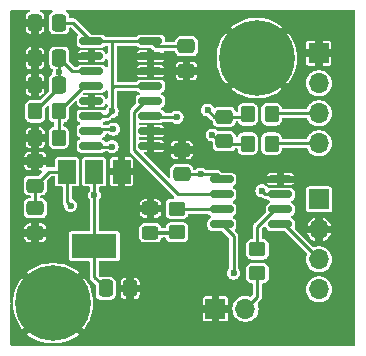
<source format=gbr>
%TF.GenerationSoftware,KiCad,Pcbnew,7.0.7*%
%TF.CreationDate,2023-09-04T20:39:43-04:00*%
%TF.ProjectId,PRJ,50524a2e-6b69-4636-9164-5f7063625858,rev?*%
%TF.SameCoordinates,Original*%
%TF.FileFunction,Copper,L1,Top*%
%TF.FilePolarity,Positive*%
%FSLAX46Y46*%
G04 Gerber Fmt 4.6, Leading zero omitted, Abs format (unit mm)*
G04 Created by KiCad (PCBNEW 7.0.7) date 2023-09-04 20:39:43*
%MOMM*%
%LPD*%
G01*
G04 APERTURE LIST*
G04 Aperture macros list*
%AMRoundRect*
0 Rectangle with rounded corners*
0 $1 Rounding radius*
0 $2 $3 $4 $5 $6 $7 $8 $9 X,Y pos of 4 corners*
0 Add a 4 corners polygon primitive as box body*
4,1,4,$2,$3,$4,$5,$6,$7,$8,$9,$2,$3,0*
0 Add four circle primitives for the rounded corners*
1,1,$1+$1,$2,$3*
1,1,$1+$1,$4,$5*
1,1,$1+$1,$6,$7*
1,1,$1+$1,$8,$9*
0 Add four rect primitives between the rounded corners*
20,1,$1+$1,$2,$3,$4,$5,0*
20,1,$1+$1,$4,$5,$6,$7,0*
20,1,$1+$1,$6,$7,$8,$9,0*
20,1,$1+$1,$8,$9,$2,$3,0*%
G04 Aperture macros list end*
%TA.AperFunction,SMDPad,CuDef*%
%ADD10RoundRect,0.250000X0.350000X0.450000X-0.350000X0.450000X-0.350000X-0.450000X0.350000X-0.450000X0*%
%TD*%
%TA.AperFunction,SMDPad,CuDef*%
%ADD11RoundRect,0.250000X0.475000X-0.337500X0.475000X0.337500X-0.475000X0.337500X-0.475000X-0.337500X0*%
%TD*%
%TA.AperFunction,ComponentPad*%
%ADD12R,1.700000X1.700000*%
%TD*%
%TA.AperFunction,ComponentPad*%
%ADD13O,1.700000X1.700000*%
%TD*%
%TA.AperFunction,SMDPad,CuDef*%
%ADD14RoundRect,0.250000X-0.450000X0.350000X-0.450000X-0.350000X0.450000X-0.350000X0.450000X0.350000X0*%
%TD*%
%TA.AperFunction,ComponentPad*%
%ADD15C,0.800000*%
%TD*%
%TA.AperFunction,ComponentPad*%
%ADD16C,6.400000*%
%TD*%
%TA.AperFunction,SMDPad,CuDef*%
%ADD17RoundRect,0.150000X-0.850000X-0.150000X0.850000X-0.150000X0.850000X0.150000X-0.850000X0.150000X0*%
%TD*%
%TA.AperFunction,SMDPad,CuDef*%
%ADD18RoundRect,0.250000X0.337500X0.475000X-0.337500X0.475000X-0.337500X-0.475000X0.337500X-0.475000X0*%
%TD*%
%TA.AperFunction,SMDPad,CuDef*%
%ADD19R,1.500000X2.000000*%
%TD*%
%TA.AperFunction,SMDPad,CuDef*%
%ADD20R,3.800000X2.000000*%
%TD*%
%TA.AperFunction,SMDPad,CuDef*%
%ADD21RoundRect,0.150000X-0.825000X-0.150000X0.825000X-0.150000X0.825000X0.150000X-0.825000X0.150000X0*%
%TD*%
%TA.AperFunction,SMDPad,CuDef*%
%ADD22RoundRect,0.250000X-0.337500X-0.475000X0.337500X-0.475000X0.337500X0.475000X-0.337500X0.475000X0*%
%TD*%
%TA.AperFunction,SMDPad,CuDef*%
%ADD23RoundRect,0.250000X-0.475000X0.337500X-0.475000X-0.337500X0.475000X-0.337500X0.475000X0.337500X0*%
%TD*%
%TA.AperFunction,SMDPad,CuDef*%
%ADD24RoundRect,0.250000X-0.450000X0.325000X-0.450000X-0.325000X0.450000X-0.325000X0.450000X0.325000X0*%
%TD*%
%TA.AperFunction,SMDPad,CuDef*%
%ADD25RoundRect,0.250000X-0.350000X-0.450000X0.350000X-0.450000X0.350000X0.450000X-0.350000X0.450000X0*%
%TD*%
%TA.AperFunction,ViaPad*%
%ADD26C,0.600000*%
%TD*%
%TA.AperFunction,ViaPad*%
%ADD27C,0.500000*%
%TD*%
%TA.AperFunction,Conductor*%
%ADD28C,0.300000*%
%TD*%
%TA.AperFunction,Conductor*%
%ADD29C,0.250000*%
%TD*%
%TA.AperFunction,Conductor*%
%ADD30C,0.150000*%
%TD*%
G04 APERTURE END LIST*
D10*
%TO.P,R3,1*%
%TO.N,Net-(J1-Pin_3)*%
X127000000Y-96750000D03*
%TO.P,R3,2*%
%TO.N,IN-*%
X125000000Y-96750000D03*
%TD*%
D11*
%TO.P,C7,1*%
%TO.N,+5V*%
X107000000Y-102787500D03*
%TO.P,C7,2*%
%TO.N,GND*%
X107000000Y-100712500D03*
%TD*%
D12*
%TO.P,J1,1,Pin_1*%
%TO.N,GND*%
X131000000Y-91580000D03*
D13*
%TO.P,J1,2,Pin_2*%
%TO.N,AVDD*%
X131000000Y-94120000D03*
%TO.P,J1,3,Pin_3*%
%TO.N,Net-(J1-Pin_3)*%
X131000000Y-96660000D03*
%TO.P,J1,4,Pin_4*%
%TO.N,Net-(J1-Pin_4)*%
X131000000Y-99200000D03*
%TD*%
D14*
%TO.P,R9,1*%
%TO.N,Net-(U2-~{RESET}{slash}PA0)*%
X125800000Y-108200000D03*
%TO.P,R9,2*%
%TO.N,UPDI*%
X125800000Y-110200000D03*
%TD*%
D15*
%TO.P,H1,1,1*%
%TO.N,GND*%
X106100000Y-112750000D03*
X106802944Y-111052944D03*
X106802944Y-114447056D03*
X108500000Y-110350000D03*
D16*
X108500000Y-112750000D03*
D15*
X108500000Y-115150000D03*
X110197056Y-111052944D03*
X110197056Y-114447056D03*
X110900000Y-112750000D03*
%TD*%
D10*
%TO.P,R2,1*%
%TO.N,Net-(U1-VFB)*%
X109000000Y-98750000D03*
%TO.P,R2,2*%
%TO.N,GND*%
X107000000Y-98750000D03*
%TD*%
D11*
%TO.P,C4,1*%
%TO.N,GND*%
X119800000Y-93075000D03*
%TO.P,C4,2*%
%TO.N,+3.3V*%
X119800000Y-91000000D03*
%TD*%
D17*
%TO.P,U1,1,AVDD*%
%TO.N,+3.3V*%
X111750000Y-90555000D03*
%TO.P,U1,2,AGND*%
%TO.N,GND*%
X111750000Y-91825000D03*
%TO.P,U1,3,VRO*%
%TO.N,AVDD*%
X111750000Y-93095000D03*
%TO.P,U1,4,VFB*%
%TO.N,Net-(U1-VFB)*%
X111750000Y-94365000D03*
%TO.P,U1,5,AGND*%
%TO.N,GND*%
X111750000Y-95635000D03*
%TO.P,U1,6,S0*%
%TO.N,+3.3V*%
X111750000Y-96905000D03*
%TO.P,U1,7,INA-*%
%TO.N,IN-*%
X111750000Y-98175000D03*
%TO.P,U1,8,INA+*%
%TO.N,IN+*%
X111750000Y-99445000D03*
%TO.P,U1,9,INB-*%
%TO.N,GND*%
X116750000Y-99445000D03*
%TO.P,U1,10,INB+*%
X116750000Y-98175000D03*
%TO.P,U1,11,PD_SCK*%
%TO.N,PD_SCK*%
X116750000Y-96905000D03*
%TO.P,U1,12,DOUT*%
%TO.N,DOUT*%
X116750000Y-95635000D03*
%TO.P,U1,13,S1*%
%TO.N,+3.3V*%
X116750000Y-94365000D03*
%TO.P,U1,14,XI*%
%TO.N,GND*%
X116750000Y-93095000D03*
%TO.P,U1,15,DGND*%
X116750000Y-91825000D03*
%TO.P,U1,16,DVDD*%
%TO.N,+3.3V*%
X116750000Y-90555000D03*
%TD*%
D11*
%TO.P,C9,1*%
%TO.N,+3.3V*%
X119400000Y-101837500D03*
%TO.P,C9,2*%
%TO.N,GND*%
X119400000Y-99762500D03*
%TD*%
D18*
%TO.P,C2,1*%
%TO.N,AVDD*%
X109037500Y-94250000D03*
%TO.P,C2,2*%
%TO.N,GND*%
X106962500Y-94250000D03*
%TD*%
D12*
%TO.P,J2,1,Pin_1*%
%TO.N,GND*%
X122250000Y-113225000D03*
D13*
%TO.P,J2,2,Pin_2*%
%TO.N,UPDI*%
X124790000Y-113225000D03*
%TD*%
D19*
%TO.P,U3,1,GND*%
%TO.N,GND*%
X114300000Y-101600000D03*
%TO.P,U3,2,VO*%
%TO.N,+3.3V*%
X112000000Y-101600000D03*
D20*
X112000000Y-107900000D03*
D19*
%TO.P,U3,3,VI*%
%TO.N,+5V*%
X109700000Y-101600000D03*
%TD*%
D21*
%TO.P,U2,1,VCC*%
%TO.N,+3.3V*%
X122800000Y-102250000D03*
%TO.P,U2,2,PA6*%
%TO.N,DOUT*%
X122800000Y-103520000D03*
%TO.P,U2,3,PA7*%
%TO.N,Net-(U2-PA7)*%
X122800000Y-104790000D03*
%TO.P,U2,4,PA1*%
%TO.N,SDA*%
X122800000Y-106060000D03*
%TO.P,U2,5,PA2*%
%TO.N,SCL*%
X127750000Y-106060000D03*
%TO.P,U2,6,~{RESET}/PA0*%
%TO.N,Net-(U2-~{RESET}{slash}PA0)*%
X127750000Y-104790000D03*
%TO.P,U2,7,PA3*%
%TO.N,PD_SCK*%
X127750000Y-103520000D03*
%TO.P,U2,8,GND*%
%TO.N,GND*%
X127750000Y-102250000D03*
%TD*%
D12*
%TO.P,J3,1,Pin_1*%
%TO.N,+5V*%
X131025000Y-103960000D03*
D13*
%TO.P,J3,2,Pin_2*%
%TO.N,GND*%
X131025000Y-106500000D03*
%TO.P,J3,3,Pin_3*%
%TO.N,SCL*%
X131025000Y-109040000D03*
%TO.P,J3,4,Pin_4*%
%TO.N,SDA*%
X131025000Y-111580000D03*
%TD*%
D22*
%TO.P,C3,1*%
%TO.N,GND*%
X106962500Y-89000000D03*
%TO.P,C3,2*%
%TO.N,+3.3V*%
X109037500Y-89000000D03*
%TD*%
D10*
%TO.P,R4,1*%
%TO.N,Net-(J1-Pin_4)*%
X127000000Y-99250000D03*
%TO.P,R4,2*%
%TO.N,IN+*%
X125000000Y-99250000D03*
%TD*%
D15*
%TO.P,H2,1,1*%
%TO.N,GND*%
X123350000Y-92000000D03*
X124052944Y-90302944D03*
X124052944Y-93697056D03*
X125750000Y-89600000D03*
D16*
X125750000Y-92000000D03*
D15*
X125750000Y-94400000D03*
X127447056Y-90302944D03*
X127447056Y-93697056D03*
X128150000Y-92000000D03*
%TD*%
D23*
%TO.P,C8,1*%
%TO.N,+5V*%
X107000000Y-104712500D03*
%TO.P,C8,2*%
%TO.N,GND*%
X107000000Y-106787500D03*
%TD*%
D11*
%TO.P,C5,1*%
%TO.N,IN+*%
X123000000Y-99037500D03*
%TO.P,C5,2*%
%TO.N,IN-*%
X123000000Y-96962500D03*
%TD*%
D18*
%TO.P,C1,1*%
%TO.N,AVDD*%
X109037500Y-92000000D03*
%TO.P,C1,2*%
%TO.N,GND*%
X106962500Y-92000000D03*
%TD*%
D14*
%TO.P,R10,1*%
%TO.N,Net-(U2-PA7)*%
X119000000Y-104750000D03*
%TO.P,R10,2*%
%TO.N,Net-(D1-A)*%
X119000000Y-106750000D03*
%TD*%
D24*
%TO.P,D1,1,K*%
%TO.N,GND*%
X116750000Y-104725000D03*
%TO.P,D1,2,A*%
%TO.N,Net-(D1-A)*%
X116750000Y-106775000D03*
%TD*%
D22*
%TO.P,C6,1*%
%TO.N,+3.3V*%
X112962500Y-111500000D03*
%TO.P,C6,2*%
%TO.N,GND*%
X115037500Y-111500000D03*
%TD*%
D25*
%TO.P,R1,1*%
%TO.N,AVDD*%
X107000000Y-96500000D03*
%TO.P,R1,2*%
%TO.N,Net-(U1-VFB)*%
X109000000Y-96500000D03*
%TD*%
D26*
%TO.N,GND*%
X114500000Y-98500000D03*
X108600000Y-103600000D03*
X114500000Y-92000000D03*
X120800000Y-106400000D03*
X127600000Y-107600000D03*
X114500000Y-95500000D03*
D27*
X110250000Y-97500000D03*
D26*
X108400000Y-100200000D03*
X121500000Y-94500000D03*
X111000000Y-103500000D03*
X118500000Y-92000000D03*
X128800000Y-97800000D03*
X108000000Y-90500000D03*
X125000000Y-105500000D03*
%TO.N,+5V*%
X110000000Y-104500000D03*
%TO.N,AVDD*%
X109000000Y-93200000D03*
%TO.N,IN-*%
X121600000Y-96400000D03*
X113600000Y-98000000D03*
%TO.N,IN+*%
X113500000Y-99500000D03*
X122000000Y-98500000D03*
%TO.N,PD_SCK*%
X119000000Y-97000000D03*
X126200000Y-103231500D03*
%TO.N,+3.3V*%
X113500000Y-96500000D03*
X121000000Y-101800000D03*
X112000000Y-103600000D03*
%TO.N,SDA*%
X123800000Y-110200000D03*
%TD*%
D28*
%TO.N,GND*%
X107250000Y-100462500D02*
X107000000Y-100712500D01*
D29*
%TO.N,+5V*%
X107000000Y-102787500D02*
X108187500Y-101600000D01*
X108187500Y-101600000D02*
X109700000Y-101600000D01*
X110000000Y-104500000D02*
X109700000Y-104200000D01*
X109700000Y-104200000D02*
X109700000Y-101600000D01*
X107000000Y-102787500D02*
X107000000Y-104712500D01*
%TO.N,AVDD*%
X109037500Y-94250000D02*
X109037500Y-94462500D01*
X109037500Y-93162500D02*
X109000000Y-93200000D01*
X111750000Y-93095000D02*
X110132500Y-93095000D01*
X110132500Y-93095000D02*
X109037500Y-92000000D01*
X109037500Y-94462500D02*
X107000000Y-96500000D01*
X109037500Y-93237500D02*
X109037500Y-94250000D01*
X131000000Y-94120000D02*
X131000000Y-94200000D01*
X109037500Y-92000000D02*
X109037500Y-93162500D01*
X109000000Y-93200000D02*
X109037500Y-93237500D01*
%TO.N,IN-*%
X123000000Y-96962500D02*
X124787500Y-96962500D01*
X111925000Y-98000000D02*
X111750000Y-98175000D01*
X124787500Y-96962500D02*
X125000000Y-96750000D01*
X113600000Y-98000000D02*
X111925000Y-98000000D01*
X122162500Y-96962500D02*
X121600000Y-96400000D01*
X123000000Y-96962500D02*
X122162500Y-96962500D01*
%TO.N,IN+*%
X123000000Y-99037500D02*
X122537500Y-99037500D01*
X111805000Y-99500000D02*
X111750000Y-99445000D01*
X125000000Y-99250000D02*
X123212500Y-99250000D01*
X113500000Y-99500000D02*
X111805000Y-99500000D01*
X123212500Y-99250000D02*
X123000000Y-99037500D01*
D28*
X124787500Y-99037500D02*
X125000000Y-99250000D01*
D29*
X122537500Y-99037500D02*
X122000000Y-98500000D01*
%TO.N,Net-(J1-Pin_3)*%
X127090000Y-96660000D02*
X131000000Y-96660000D01*
X127000000Y-96750000D02*
X127090000Y-96660000D01*
%TO.N,Net-(J1-Pin_4)*%
X127050000Y-99200000D02*
X131000000Y-99200000D01*
X127000000Y-99250000D02*
X127050000Y-99200000D01*
%TO.N,UPDI*%
X125800000Y-112215000D02*
X124790000Y-113225000D01*
X125800000Y-110200000D02*
X125800000Y-112215000D01*
%TO.N,Net-(U1-VFB)*%
X109000000Y-96500000D02*
X111135000Y-94365000D01*
X109000000Y-96500000D02*
X109000000Y-98750000D01*
X111135000Y-94365000D02*
X111750000Y-94365000D01*
%TO.N,Net-(U2-~{RESET}{slash}PA0)*%
X125800000Y-108200000D02*
X125800000Y-106286881D01*
X125800000Y-106286881D02*
X127296881Y-104790000D01*
X127296881Y-104790000D02*
X127750000Y-104790000D01*
%TO.N,PD_SCK*%
X119000000Y-97000000D02*
X116845000Y-97000000D01*
X126488500Y-103520000D02*
X126200000Y-103231500D01*
X116845000Y-97000000D02*
X116750000Y-96905000D01*
X127750000Y-103520000D02*
X126488500Y-103520000D01*
%TO.N,DOUT*%
X116271881Y-95635000D02*
X116750000Y-95635000D01*
X122800000Y-103520000D02*
X119076881Y-103520000D01*
X115371000Y-96535881D02*
X116271881Y-95635000D01*
X115371000Y-99814119D02*
X115371000Y-96535881D01*
X119076881Y-103520000D02*
X115371000Y-99814119D01*
%TO.N,+3.3V*%
X122387500Y-101837500D02*
X122800000Y-102250000D01*
X116750000Y-94365000D02*
X113635000Y-94365000D01*
X112000000Y-101600000D02*
X112000000Y-103600000D01*
X109037500Y-89000000D02*
X110195000Y-89000000D01*
X119400000Y-101837500D02*
X120962500Y-101837500D01*
X112000000Y-107900000D02*
X112000000Y-110537500D01*
X113500000Y-90555000D02*
X111750000Y-90555000D01*
X113635000Y-94365000D02*
X113500000Y-94500000D01*
X113800000Y-90555000D02*
X113500000Y-90555000D01*
X113095000Y-96905000D02*
X113500000Y-96500000D01*
X112000000Y-103600000D02*
X112000000Y-107900000D01*
D30*
X111750000Y-96905000D02*
X112595000Y-96905000D01*
D29*
X116750000Y-90555000D02*
X113800000Y-90555000D01*
X121037500Y-101837500D02*
X122387500Y-101837500D01*
X121000000Y-101800000D02*
X121037500Y-101837500D01*
D30*
X116175736Y-90580000D02*
X116387868Y-90792132D01*
D29*
X113500000Y-94500000D02*
X113500000Y-90555000D01*
X117195000Y-91000000D02*
X119800000Y-91000000D01*
X113500000Y-96500000D02*
X113500000Y-94500000D01*
D30*
X112037500Y-102000000D02*
X112000000Y-102037500D01*
D29*
X110195000Y-89000000D02*
X111750000Y-90555000D01*
X120962500Y-101837500D02*
X121000000Y-101800000D01*
X116750000Y-90555000D02*
X117195000Y-91000000D01*
X112000000Y-110537500D02*
X112962500Y-111500000D01*
X111750000Y-96905000D02*
X113095000Y-96905000D01*
%TO.N,SCL*%
X128045000Y-106060000D02*
X127750000Y-106060000D01*
X131025000Y-109040000D02*
X128045000Y-106060000D01*
%TO.N,SDA*%
X123800000Y-107060000D02*
X123800000Y-110200000D01*
X122800000Y-106060000D02*
X123800000Y-107060000D01*
%TO.N,Net-(U2-PA7)*%
X119000000Y-104750000D02*
X119040000Y-104790000D01*
X119040000Y-104790000D02*
X122800000Y-104790000D01*
D30*
%TO.N,Net-(D1-A)*%
X116775000Y-106750000D02*
X116750000Y-106775000D01*
D28*
X118975000Y-106775000D02*
X119000000Y-106750000D01*
X116750000Y-106775000D02*
X118975000Y-106775000D01*
%TD*%
%TA.AperFunction,Conductor*%
%TO.N,GND*%
G36*
X109890203Y-113691243D02*
G01*
X109922322Y-113712703D01*
X110237671Y-114028052D01*
X110265448Y-114082569D01*
X110255877Y-114143001D01*
X110212612Y-114186266D01*
X110177092Y-114194793D01*
X110177268Y-114196580D01*
X110172431Y-114197056D01*
X110154324Y-114200657D01*
X110099511Y-114211561D01*
X110099509Y-114211561D01*
X110099509Y-114211562D01*
X110099507Y-114211563D01*
X110016818Y-114266814D01*
X110016814Y-114266818D01*
X109961563Y-114349507D01*
X109961560Y-114349514D01*
X109944325Y-114436155D01*
X109914428Y-114489539D01*
X109858863Y-114515154D01*
X109798853Y-114503216D01*
X109777224Y-114486843D01*
X109462703Y-114172321D01*
X109434926Y-114117805D01*
X109444497Y-114057373D01*
X109468412Y-114027038D01*
X109532520Y-113972285D01*
X109634870Y-113884870D01*
X109777037Y-113718412D01*
X109829207Y-113686442D01*
X109890203Y-113691243D01*
G37*
%TD.AperFunction*%
%TA.AperFunction,Conductor*%
G36*
X107192626Y-113694496D02*
G01*
X107222961Y-113718411D01*
X107324430Y-113837217D01*
X107365130Y-113884870D01*
X107365136Y-113884875D01*
X107365139Y-113884878D01*
X107531587Y-114027037D01*
X107563557Y-114079206D01*
X107558756Y-114140202D01*
X107537296Y-114172321D01*
X107222774Y-114486843D01*
X107168257Y-114514620D01*
X107107825Y-114505049D01*
X107064560Y-114461784D01*
X107055674Y-114436161D01*
X107038439Y-114349511D01*
X106983184Y-114266816D01*
X106900489Y-114211561D01*
X106827568Y-114197056D01*
X106822732Y-114196580D01*
X106822984Y-114194018D01*
X106774141Y-114178149D01*
X106738177Y-114128649D01*
X106738177Y-114067463D01*
X106762328Y-114028053D01*
X107077677Y-113712703D01*
X107132194Y-113684925D01*
X107192626Y-113694496D01*
G37*
%TD.AperFunction*%
%TA.AperFunction,Conductor*%
G36*
X109892173Y-110994949D02*
G01*
X109935438Y-111038214D01*
X109944326Y-111063844D01*
X109946228Y-111073404D01*
X109961561Y-111150489D01*
X110016816Y-111233184D01*
X110099511Y-111288439D01*
X110172432Y-111302944D01*
X110172441Y-111302944D01*
X110177268Y-111303420D01*
X110177015Y-111305981D01*
X110225857Y-111321851D01*
X110261821Y-111371351D01*
X110261821Y-111432537D01*
X110237669Y-111471948D01*
X109922320Y-111787296D01*
X109867804Y-111815073D01*
X109807372Y-111805502D01*
X109777037Y-111781587D01*
X109634878Y-111615139D01*
X109634875Y-111615136D01*
X109634870Y-111615130D01*
X109634863Y-111615124D01*
X109634860Y-111615121D01*
X109468411Y-111472961D01*
X109436441Y-111420792D01*
X109441242Y-111359796D01*
X109462702Y-111327677D01*
X109777224Y-111013155D01*
X109831741Y-110985378D01*
X109892173Y-110994949D01*
G37*
%TD.AperFunction*%
%TA.AperFunction,Conductor*%
G36*
X107201145Y-110996782D02*
G01*
X107222775Y-111013156D01*
X107537296Y-111327678D01*
X107565073Y-111382194D01*
X107555502Y-111442626D01*
X107531588Y-111472961D01*
X107365133Y-111615127D01*
X107365127Y-111615133D01*
X107222961Y-111781588D01*
X107170792Y-111813557D01*
X107109795Y-111808756D01*
X107077677Y-111787296D01*
X106762329Y-111471948D01*
X106734552Y-111417431D01*
X106744123Y-111356999D01*
X106787388Y-111313734D01*
X106822907Y-111305206D01*
X106822732Y-111303420D01*
X106827558Y-111302944D01*
X106827568Y-111302944D01*
X106900489Y-111288439D01*
X106983184Y-111233184D01*
X107038439Y-111150489D01*
X107055674Y-111063843D01*
X107085570Y-111010461D01*
X107141135Y-110984845D01*
X107201145Y-110996782D01*
G37*
%TD.AperFunction*%
%TA.AperFunction,Conductor*%
G36*
X127140203Y-92941243D02*
G01*
X127172322Y-92962703D01*
X127487671Y-93278052D01*
X127515448Y-93332569D01*
X127505877Y-93393001D01*
X127462612Y-93436266D01*
X127427092Y-93444793D01*
X127427268Y-93446580D01*
X127422431Y-93447056D01*
X127404324Y-93450657D01*
X127349511Y-93461561D01*
X127349509Y-93461561D01*
X127349509Y-93461562D01*
X127349507Y-93461563D01*
X127266818Y-93516814D01*
X127266814Y-93516818D01*
X127211563Y-93599507D01*
X127211560Y-93599514D01*
X127194325Y-93686155D01*
X127164428Y-93739539D01*
X127108863Y-93765154D01*
X127048853Y-93753216D01*
X127027224Y-93736843D01*
X126712703Y-93422321D01*
X126684926Y-93367805D01*
X126694497Y-93307373D01*
X126718412Y-93277038D01*
X126767850Y-93234814D01*
X126884870Y-93134870D01*
X127027037Y-92968412D01*
X127079207Y-92936442D01*
X127140203Y-92941243D01*
G37*
%TD.AperFunction*%
%TA.AperFunction,Conductor*%
G36*
X124442626Y-92944496D02*
G01*
X124472961Y-92968411D01*
X124608458Y-93127059D01*
X124615130Y-93134870D01*
X124615136Y-93134875D01*
X124615139Y-93134878D01*
X124781587Y-93277037D01*
X124813557Y-93329206D01*
X124808756Y-93390202D01*
X124787296Y-93422321D01*
X124472774Y-93736843D01*
X124418257Y-93764620D01*
X124357825Y-93755049D01*
X124314560Y-93711784D01*
X124305674Y-93686161D01*
X124288439Y-93599511D01*
X124233184Y-93516816D01*
X124150489Y-93461561D01*
X124077568Y-93447056D01*
X124072732Y-93446580D01*
X124072984Y-93444018D01*
X124024141Y-93428149D01*
X123988177Y-93378649D01*
X123988177Y-93317463D01*
X124012328Y-93278053D01*
X124327677Y-92962703D01*
X124382194Y-92934925D01*
X124442626Y-92944496D01*
G37*
%TD.AperFunction*%
%TA.AperFunction,Conductor*%
G36*
X127142173Y-90244949D02*
G01*
X127185438Y-90288214D01*
X127194326Y-90313844D01*
X127197123Y-90327906D01*
X127211561Y-90400489D01*
X127266816Y-90483184D01*
X127349511Y-90538439D01*
X127422432Y-90552944D01*
X127422441Y-90552944D01*
X127427268Y-90553420D01*
X127427015Y-90555981D01*
X127475857Y-90571851D01*
X127511821Y-90621351D01*
X127511821Y-90682537D01*
X127487669Y-90721948D01*
X127172320Y-91037296D01*
X127117804Y-91065073D01*
X127057372Y-91055502D01*
X127027037Y-91031587D01*
X126884878Y-90865139D01*
X126884875Y-90865136D01*
X126884870Y-90865130D01*
X126884863Y-90865124D01*
X126884860Y-90865121D01*
X126718411Y-90722961D01*
X126686441Y-90670792D01*
X126691242Y-90609796D01*
X126712702Y-90577677D01*
X127027224Y-90263155D01*
X127081741Y-90235378D01*
X127142173Y-90244949D01*
G37*
%TD.AperFunction*%
%TA.AperFunction,Conductor*%
G36*
X124451145Y-90246782D02*
G01*
X124472775Y-90263156D01*
X124787296Y-90577678D01*
X124815073Y-90632194D01*
X124805502Y-90692626D01*
X124781588Y-90722961D01*
X124615133Y-90865127D01*
X124615127Y-90865133D01*
X124472961Y-91031588D01*
X124420792Y-91063557D01*
X124359795Y-91058756D01*
X124327677Y-91037296D01*
X124012329Y-90721948D01*
X123984552Y-90667431D01*
X123994123Y-90606999D01*
X124037388Y-90563734D01*
X124072907Y-90555206D01*
X124072732Y-90553420D01*
X124077558Y-90552944D01*
X124077568Y-90552944D01*
X124150489Y-90538439D01*
X124233184Y-90483184D01*
X124288439Y-90400489D01*
X124305674Y-90313843D01*
X124335570Y-90260461D01*
X124391135Y-90234845D01*
X124451145Y-90246782D01*
G37*
%TD.AperFunction*%
%TA.AperFunction,Conductor*%
G36*
X106522754Y-87919407D02*
G01*
X106558718Y-87968907D01*
X106558718Y-88030093D01*
X106522754Y-88079593D01*
X106497260Y-88092945D01*
X106412352Y-88122654D01*
X106303209Y-88203207D01*
X106303207Y-88203209D01*
X106222654Y-88312352D01*
X106177850Y-88440398D01*
X106175000Y-88470788D01*
X106175000Y-88674999D01*
X106175001Y-88675000D01*
X107749998Y-88675000D01*
X107749999Y-88674999D01*
X107749999Y-88470796D01*
X107747149Y-88440399D01*
X107747149Y-88440397D01*
X107702345Y-88312352D01*
X107621792Y-88203209D01*
X107621790Y-88203207D01*
X107512647Y-88122654D01*
X107427740Y-88092945D01*
X107379059Y-88055879D01*
X107361462Y-87997279D01*
X107381670Y-87939527D01*
X107431964Y-87904683D01*
X107460437Y-87900500D01*
X108394941Y-87900500D01*
X108453132Y-87919407D01*
X108489096Y-87968907D01*
X108489096Y-88030093D01*
X108454269Y-88078754D01*
X108339598Y-88164593D01*
X108339593Y-88164598D01*
X108252657Y-88280733D01*
X108201960Y-88416657D01*
X108201959Y-88416658D01*
X108197075Y-88462093D01*
X108196141Y-88470788D01*
X108195500Y-88476748D01*
X108195500Y-89523248D01*
X108195501Y-89523254D01*
X108201959Y-89583339D01*
X108201960Y-89583341D01*
X108252657Y-89719266D01*
X108339593Y-89835401D01*
X108339598Y-89835406D01*
X108359094Y-89850000D01*
X108455733Y-89922342D01*
X108591658Y-89973040D01*
X108651745Y-89979500D01*
X109423254Y-89979499D01*
X109483342Y-89973040D01*
X109619267Y-89922342D01*
X109735404Y-89835404D01*
X109822342Y-89719267D01*
X109873040Y-89583342D01*
X109879500Y-89523255D01*
X109879500Y-89478499D01*
X109898407Y-89420309D01*
X109947907Y-89384345D01*
X109978500Y-89379500D01*
X109996798Y-89379500D01*
X110054989Y-89398407D01*
X110066802Y-89408496D01*
X110625624Y-89967318D01*
X110653401Y-90021835D01*
X110643830Y-90082267D01*
X110625625Y-90107324D01*
X110568675Y-90164275D01*
X110568671Y-90164281D01*
X110510504Y-90278438D01*
X110510502Y-90278445D01*
X110495500Y-90373163D01*
X110495500Y-90736836D01*
X110510502Y-90831554D01*
X110510504Y-90831561D01*
X110565424Y-90939345D01*
X110568674Y-90945723D01*
X110659277Y-91036326D01*
X110659279Y-91036327D01*
X110659281Y-91036328D01*
X110773438Y-91094495D01*
X110773440Y-91094495D01*
X110773445Y-91094498D01*
X110837654Y-91104667D01*
X110868163Y-91109500D01*
X110868166Y-91109500D01*
X112631837Y-91109500D01*
X112659387Y-91105136D01*
X112726555Y-91094498D01*
X112840723Y-91036326D01*
X112913554Y-90963494D01*
X112968069Y-90935719D01*
X112983556Y-90934500D01*
X113021500Y-90934500D01*
X113079691Y-90953407D01*
X113115655Y-91002907D01*
X113120500Y-91033500D01*
X113120500Y-91514869D01*
X113101593Y-91573060D01*
X113052093Y-91609024D01*
X112990907Y-91609024D01*
X112941407Y-91573060D01*
X112932559Y-91558350D01*
X112888786Y-91468812D01*
X112806187Y-91386213D01*
X112701248Y-91334912D01*
X112633216Y-91325000D01*
X112049999Y-91325000D01*
X112050000Y-91525000D01*
X112049999Y-92324998D01*
X112050000Y-92324999D01*
X112633213Y-92324999D01*
X112633216Y-92324998D01*
X112701250Y-92315087D01*
X112806188Y-92263785D01*
X112888786Y-92181187D01*
X112932559Y-92091648D01*
X112975102Y-92047674D01*
X113035367Y-92037104D01*
X113090336Y-92063976D01*
X113119012Y-92118026D01*
X113120500Y-92135128D01*
X113120500Y-92663187D01*
X113101593Y-92721378D01*
X113052093Y-92757342D01*
X112990907Y-92757342D01*
X112941407Y-92721378D01*
X112933291Y-92708133D01*
X112931327Y-92704279D01*
X112931326Y-92704277D01*
X112840723Y-92613674D01*
X112840720Y-92613672D01*
X112840718Y-92613671D01*
X112726561Y-92555504D01*
X112726556Y-92555502D01*
X112726555Y-92555502D01*
X112702874Y-92551751D01*
X112631837Y-92540500D01*
X112631834Y-92540500D01*
X110868166Y-92540500D01*
X110868163Y-92540500D01*
X110773445Y-92555502D01*
X110773438Y-92555504D01*
X110659281Y-92613671D01*
X110659279Y-92613672D01*
X110659277Y-92613673D01*
X110659277Y-92613674D01*
X110586445Y-92686505D01*
X110531931Y-92714281D01*
X110516444Y-92715500D01*
X110330702Y-92715500D01*
X110272511Y-92696593D01*
X110260698Y-92686504D01*
X109908495Y-92334301D01*
X109880718Y-92279784D01*
X109879499Y-92264297D01*
X109879499Y-92125000D01*
X110583745Y-92125000D01*
X110611213Y-92181187D01*
X110693812Y-92263786D01*
X110798751Y-92315087D01*
X110866784Y-92324999D01*
X111449998Y-92324999D01*
X111450000Y-92324997D01*
X111450000Y-92125001D01*
X111449999Y-92125000D01*
X110583745Y-92125000D01*
X109879499Y-92125000D01*
X109879499Y-91525000D01*
X110583745Y-91525000D01*
X111449999Y-91525000D01*
X111450000Y-91524999D01*
X111450000Y-91325001D01*
X111449999Y-91325000D01*
X110866786Y-91325000D01*
X110866783Y-91325001D01*
X110798749Y-91334912D01*
X110693811Y-91386214D01*
X110611213Y-91468812D01*
X110583745Y-91525000D01*
X109879499Y-91525000D01*
X109879499Y-91476751D01*
X109879499Y-91476748D01*
X109879499Y-91476746D01*
X109873040Y-91416658D01*
X109822342Y-91280733D01*
X109803078Y-91254999D01*
X109735406Y-91164598D01*
X109735401Y-91164593D01*
X109619266Y-91077657D01*
X109483342Y-91026960D01*
X109483341Y-91026959D01*
X109442790Y-91022600D01*
X109423255Y-91020500D01*
X109423251Y-91020500D01*
X108651751Y-91020500D01*
X108651745Y-91020501D01*
X108591660Y-91026959D01*
X108591658Y-91026960D01*
X108455733Y-91077657D01*
X108339598Y-91164593D01*
X108339593Y-91164598D01*
X108252657Y-91280733D01*
X108201960Y-91416657D01*
X108201959Y-91416658D01*
X108198822Y-91445842D01*
X108196141Y-91470788D01*
X108195500Y-91476748D01*
X108195500Y-92523248D01*
X108195501Y-92523254D01*
X108201959Y-92583339D01*
X108201959Y-92583340D01*
X108201960Y-92583342D01*
X108215035Y-92618396D01*
X108252657Y-92719266D01*
X108339593Y-92835401D01*
X108339598Y-92835406D01*
X108439270Y-92910018D01*
X108474524Y-92960026D01*
X108473650Y-93021205D01*
X108471407Y-93027156D01*
X108459772Y-93055244D01*
X108459771Y-93055249D01*
X108440715Y-93199999D01*
X108440715Y-93200000D01*
X108449797Y-93268989D01*
X108438647Y-93329149D01*
X108410972Y-93361164D01*
X108339598Y-93414593D01*
X108339593Y-93414598D01*
X108252657Y-93530733D01*
X108201960Y-93666657D01*
X108201959Y-93666658D01*
X108198692Y-93697056D01*
X108196141Y-93720788D01*
X108195500Y-93726748D01*
X108195500Y-94726797D01*
X108176593Y-94784988D01*
X108166504Y-94796801D01*
X107446800Y-95516504D01*
X107392283Y-95544281D01*
X107376796Y-95545500D01*
X106601751Y-95545500D01*
X106601745Y-95545501D01*
X106541660Y-95551959D01*
X106541658Y-95551960D01*
X106405733Y-95602657D01*
X106289598Y-95689593D01*
X106289593Y-95689598D01*
X106202657Y-95805733D01*
X106151960Y-95941657D01*
X106151959Y-95941658D01*
X106145500Y-96001748D01*
X106145500Y-96998248D01*
X106145501Y-96998254D01*
X106151959Y-97058339D01*
X106151959Y-97058340D01*
X106151960Y-97058342D01*
X106162452Y-97086472D01*
X106202657Y-97194266D01*
X106289593Y-97310401D01*
X106289598Y-97310406D01*
X106391020Y-97386328D01*
X106405733Y-97397342D01*
X106541658Y-97448040D01*
X106601745Y-97454500D01*
X107398254Y-97454499D01*
X107458342Y-97448040D01*
X107594267Y-97397342D01*
X107710404Y-97310404D01*
X107797342Y-97194267D01*
X107848040Y-97058342D01*
X107854500Y-96998255D01*
X107854499Y-96223200D01*
X107873406Y-96165010D01*
X107883489Y-96153203D01*
X107976498Y-96060194D01*
X108031013Y-96032419D01*
X108091445Y-96041990D01*
X108134710Y-96085255D01*
X108145500Y-96130200D01*
X108145500Y-96998248D01*
X108145501Y-96998254D01*
X108151959Y-97058339D01*
X108151959Y-97058340D01*
X108151960Y-97058342D01*
X108162452Y-97086472D01*
X108202657Y-97194266D01*
X108289593Y-97310401D01*
X108289598Y-97310406D01*
X108391020Y-97386328D01*
X108405733Y-97397342D01*
X108541658Y-97448040D01*
X108541661Y-97448040D01*
X108544268Y-97448657D01*
X108545785Y-97449579D01*
X108547460Y-97450204D01*
X108547340Y-97450524D01*
X108596550Y-97480439D01*
X108620166Y-97536884D01*
X108620500Y-97545003D01*
X108620500Y-97704997D01*
X108601593Y-97763188D01*
X108552093Y-97799152D01*
X108544270Y-97801343D01*
X108541658Y-97801960D01*
X108405733Y-97852657D01*
X108289598Y-97939593D01*
X108289593Y-97939598D01*
X108202657Y-98055733D01*
X108151960Y-98191657D01*
X108151959Y-98191658D01*
X108148874Y-98220358D01*
X108146141Y-98245788D01*
X108145500Y-98251748D01*
X108145500Y-99248248D01*
X108145501Y-99248254D01*
X108151959Y-99308339D01*
X108151959Y-99308340D01*
X108151960Y-99308342D01*
X108169456Y-99355249D01*
X108202657Y-99444266D01*
X108289593Y-99560401D01*
X108289598Y-99560406D01*
X108387800Y-99633918D01*
X108405733Y-99647342D01*
X108541658Y-99698040D01*
X108601745Y-99704500D01*
X109398254Y-99704499D01*
X109458342Y-99698040D01*
X109594267Y-99647342D01*
X109710404Y-99560404D01*
X109797342Y-99444267D01*
X109848040Y-99308342D01*
X109854500Y-99248255D01*
X109854499Y-98251746D01*
X109848040Y-98191658D01*
X109797342Y-98055733D01*
X109767332Y-98015644D01*
X109710406Y-97939598D01*
X109710401Y-97939593D01*
X109594266Y-97852657D01*
X109458337Y-97801958D01*
X109455722Y-97801340D01*
X109454202Y-97800416D01*
X109452540Y-97799796D01*
X109452658Y-97799477D01*
X109403443Y-97769551D01*
X109379833Y-97713105D01*
X109379500Y-97704996D01*
X109379500Y-97545002D01*
X109398407Y-97486811D01*
X109447907Y-97450847D01*
X109455741Y-97448654D01*
X109458334Y-97448040D01*
X109458342Y-97448040D01*
X109594267Y-97397342D01*
X109710404Y-97310404D01*
X109797342Y-97194267D01*
X109848040Y-97058342D01*
X109854500Y-96998255D01*
X109854499Y-96223200D01*
X109873406Y-96165010D01*
X109883489Y-96153204D01*
X110380998Y-95655694D01*
X110435513Y-95627919D01*
X110495945Y-95637490D01*
X110539210Y-95680755D01*
X110550000Y-95725699D01*
X110550000Y-95818212D01*
X110550001Y-95818216D01*
X110559912Y-95886250D01*
X110611214Y-95991188D01*
X110693812Y-96073786D01*
X110798751Y-96125087D01*
X110866784Y-96134999D01*
X111449998Y-96134999D01*
X111450000Y-96134998D01*
X111450000Y-95135001D01*
X111449999Y-95135000D01*
X111140701Y-95135000D01*
X111082510Y-95116093D01*
X111046546Y-95066593D01*
X111046546Y-95005407D01*
X111070695Y-94965998D01*
X111088198Y-94948494D01*
X111142714Y-94920719D01*
X111158201Y-94919500D01*
X112631837Y-94919500D01*
X112659387Y-94915136D01*
X112726555Y-94904498D01*
X112840723Y-94846326D01*
X112931326Y-94755723D01*
X112933290Y-94751867D01*
X112976553Y-94708604D01*
X113036984Y-94699030D01*
X113091502Y-94726807D01*
X113119281Y-94781322D01*
X113120500Y-94796812D01*
X113120500Y-95324869D01*
X113101593Y-95383060D01*
X113052093Y-95419024D01*
X112990907Y-95419024D01*
X112941407Y-95383060D01*
X112932559Y-95368350D01*
X112888786Y-95278812D01*
X112806187Y-95196213D01*
X112701248Y-95144912D01*
X112633216Y-95135000D01*
X112049999Y-95135000D01*
X112050000Y-95335000D01*
X112049999Y-96134998D01*
X112050000Y-96134999D01*
X112633213Y-96134999D01*
X112633216Y-96134998D01*
X112701250Y-96125087D01*
X112806188Y-96073785D01*
X112888786Y-95991187D01*
X112932559Y-95901648D01*
X112975102Y-95857674D01*
X113035367Y-95847104D01*
X113090336Y-95873976D01*
X113119012Y-95928026D01*
X113120500Y-95945128D01*
X113120500Y-96050102D01*
X113101593Y-96108293D01*
X113100042Y-96110369D01*
X113015645Y-96220356D01*
X113015644Y-96220358D01*
X112957289Y-96361241D01*
X112954830Y-96360222D01*
X112927617Y-96402082D01*
X112870485Y-96423980D01*
X112820408Y-96413323D01*
X112794260Y-96400000D01*
X112726555Y-96365502D01*
X112699652Y-96361241D01*
X112631837Y-96350500D01*
X112631834Y-96350500D01*
X110868166Y-96350500D01*
X110868163Y-96350500D01*
X110773445Y-96365502D01*
X110773438Y-96365504D01*
X110659281Y-96423671D01*
X110659279Y-96423672D01*
X110568672Y-96514279D01*
X110568671Y-96514281D01*
X110510504Y-96628438D01*
X110510502Y-96628445D01*
X110495500Y-96723163D01*
X110495500Y-97086836D01*
X110510502Y-97181554D01*
X110510504Y-97181561D01*
X110568671Y-97295718D01*
X110568674Y-97295723D01*
X110659277Y-97386326D01*
X110659279Y-97386327D01*
X110659281Y-97386328D01*
X110772991Y-97444267D01*
X110773445Y-97444498D01*
X110773453Y-97444499D01*
X110777590Y-97445844D01*
X110827091Y-97481807D01*
X110846000Y-97539997D01*
X110827095Y-97598188D01*
X110777596Y-97634154D01*
X110777590Y-97634156D01*
X110773447Y-97635501D01*
X110773445Y-97635502D01*
X110773442Y-97635503D01*
X110773437Y-97635505D01*
X110659281Y-97693671D01*
X110659279Y-97693672D01*
X110568672Y-97784279D01*
X110568671Y-97784281D01*
X110510504Y-97898438D01*
X110510502Y-97898445D01*
X110495500Y-97993166D01*
X110495500Y-98356834D01*
X110509925Y-98447915D01*
X110510502Y-98451554D01*
X110510504Y-98451561D01*
X110568671Y-98565718D01*
X110568674Y-98565723D01*
X110659277Y-98656326D01*
X110773445Y-98714498D01*
X110773453Y-98714499D01*
X110777590Y-98715844D01*
X110827091Y-98751807D01*
X110846000Y-98809997D01*
X110827095Y-98868188D01*
X110777596Y-98904154D01*
X110777590Y-98904156D01*
X110773447Y-98905501D01*
X110773445Y-98905502D01*
X110773442Y-98905503D01*
X110773437Y-98905505D01*
X110659281Y-98963671D01*
X110659279Y-98963672D01*
X110568672Y-99054279D01*
X110568671Y-99054281D01*
X110510504Y-99168438D01*
X110510502Y-99168445D01*
X110495500Y-99263163D01*
X110495500Y-99626836D01*
X110503683Y-99678500D01*
X110507800Y-99704498D01*
X110510502Y-99721554D01*
X110510504Y-99721561D01*
X110568116Y-99834628D01*
X110568674Y-99835723D01*
X110659277Y-99926326D01*
X110659279Y-99926327D01*
X110659281Y-99926328D01*
X110773438Y-99984495D01*
X110773440Y-99984495D01*
X110773445Y-99984498D01*
X110837654Y-99994667D01*
X110868163Y-99999500D01*
X110868166Y-99999500D01*
X112631837Y-99999500D01*
X112659387Y-99995136D01*
X112726555Y-99984498D01*
X112840723Y-99926326D01*
X112858554Y-99908494D01*
X112913069Y-99880719D01*
X112928556Y-99879500D01*
X113050103Y-99879500D01*
X113108294Y-99898407D01*
X113110371Y-99899959D01*
X113220354Y-99984353D01*
X113220356Y-99984355D01*
X113255843Y-99999054D01*
X113355246Y-100040228D01*
X113453848Y-100053209D01*
X113499999Y-100059285D01*
X113500000Y-100059285D01*
X113500001Y-100059285D01*
X113546152Y-100053209D01*
X113644754Y-100040228D01*
X113779643Y-99984355D01*
X113895474Y-99895474D01*
X113984355Y-99779643D01*
X114040228Y-99644754D01*
X114059285Y-99500000D01*
X114040228Y-99355246D01*
X113984355Y-99220358D01*
X113895474Y-99104526D01*
X113895472Y-99104525D01*
X113895472Y-99104524D01*
X113788777Y-99022654D01*
X113779643Y-99015645D01*
X113644754Y-98959772D01*
X113644752Y-98959771D01*
X113644750Y-98959771D01*
X113500001Y-98940715D01*
X113499999Y-98940715D01*
X113355249Y-98959771D01*
X113355244Y-98959773D01*
X113220358Y-99015644D01*
X113220355Y-99015645D01*
X113110368Y-99100042D01*
X113052692Y-99120466D01*
X113050101Y-99120500D01*
X113025736Y-99120500D01*
X112967545Y-99101593D01*
X112937527Y-99066447D01*
X112931326Y-99054277D01*
X112840723Y-98963674D01*
X112840720Y-98963672D01*
X112840718Y-98963671D01*
X112726558Y-98905503D01*
X112722412Y-98904156D01*
X112672910Y-98868195D01*
X112653999Y-98810006D01*
X112672903Y-98751814D01*
X112722401Y-98715847D01*
X112722412Y-98715844D01*
X112726548Y-98714498D01*
X112726555Y-98714498D01*
X112840723Y-98656326D01*
X112931326Y-98565723D01*
X112988907Y-98452715D01*
X112989495Y-98451561D01*
X112989495Y-98451560D01*
X112989498Y-98451555D01*
X112989498Y-98451548D01*
X112990680Y-98447915D01*
X112992935Y-98444809D01*
X112993036Y-98444613D01*
X112993067Y-98444628D01*
X113026640Y-98398412D01*
X113084829Y-98379500D01*
X113150103Y-98379500D01*
X113208294Y-98398407D01*
X113210371Y-98399959D01*
X113320354Y-98484353D01*
X113320356Y-98484355D01*
X113358125Y-98499999D01*
X113455246Y-98540228D01*
X113563811Y-98554520D01*
X113599999Y-98559285D01*
X113600000Y-98559285D01*
X113600001Y-98559285D01*
X113628950Y-98555473D01*
X113744754Y-98540228D01*
X113879643Y-98484355D01*
X113995474Y-98395474D01*
X114084355Y-98279643D01*
X114140228Y-98144754D01*
X114159285Y-98000000D01*
X114140228Y-97855246D01*
X114084355Y-97720358D01*
X113995474Y-97604526D01*
X113995472Y-97604525D01*
X113995472Y-97604524D01*
X113933247Y-97556777D01*
X113879643Y-97515645D01*
X113744754Y-97459772D01*
X113744752Y-97459771D01*
X113744750Y-97459771D01*
X113600001Y-97440715D01*
X113599999Y-97440715D01*
X113455249Y-97459771D01*
X113455244Y-97459773D01*
X113320358Y-97515644D01*
X113320355Y-97515645D01*
X113210368Y-97600042D01*
X113152692Y-97620466D01*
X113150101Y-97620500D01*
X112793496Y-97620500D01*
X112735305Y-97601593D01*
X112699341Y-97552093D01*
X112699341Y-97490907D01*
X112735305Y-97441407D01*
X112748547Y-97433292D01*
X112840723Y-97386326D01*
X112913554Y-97313494D01*
X112968069Y-97285719D01*
X112983556Y-97284500D01*
X113045373Y-97284500D01*
X113065688Y-97286607D01*
X113070205Y-97287553D01*
X113079100Y-97289419D01*
X113115514Y-97284879D01*
X113121639Y-97284500D01*
X113126444Y-97284500D01*
X113134200Y-97283205D01*
X113149715Y-97280616D01*
X113204783Y-97273752D01*
X113204786Y-97273750D01*
X113212380Y-97271490D01*
X113219923Y-97268900D01*
X113219927Y-97268900D01*
X113268705Y-97242502D01*
X113318568Y-97218126D01*
X113318570Y-97218123D01*
X113325010Y-97213525D01*
X113331309Y-97208622D01*
X113331316Y-97208619D01*
X113368880Y-97167813D01*
X113450222Y-97086470D01*
X113504737Y-97058695D01*
X113507250Y-97058330D01*
X113644754Y-97040228D01*
X113779643Y-96984355D01*
X113895474Y-96895474D01*
X113984355Y-96779643D01*
X114040228Y-96644754D01*
X114059285Y-96500000D01*
X114057743Y-96488291D01*
X114049277Y-96423980D01*
X114040228Y-96355246D01*
X113984355Y-96220358D01*
X113984354Y-96220356D01*
X113899958Y-96110369D01*
X113879534Y-96052694D01*
X113879500Y-96050102D01*
X113879500Y-94843500D01*
X113898407Y-94785309D01*
X113947907Y-94749345D01*
X113978500Y-94744500D01*
X115516444Y-94744500D01*
X115574635Y-94763407D01*
X115586441Y-94773490D01*
X115659277Y-94846326D01*
X115659279Y-94846327D01*
X115659281Y-94846328D01*
X115761033Y-94898174D01*
X115773445Y-94904498D01*
X115773453Y-94904499D01*
X115777590Y-94905844D01*
X115827091Y-94941807D01*
X115846000Y-94999997D01*
X115827095Y-95058188D01*
X115777596Y-95094154D01*
X115777590Y-95094156D01*
X115773447Y-95095501D01*
X115773445Y-95095502D01*
X115773442Y-95095503D01*
X115773437Y-95095505D01*
X115659281Y-95153671D01*
X115659279Y-95153672D01*
X115568672Y-95244279D01*
X115568671Y-95244281D01*
X115510504Y-95358438D01*
X115510502Y-95358445D01*
X115495500Y-95453163D01*
X115495500Y-95816835D01*
X115495520Y-95816962D01*
X115495513Y-95817005D01*
X115495805Y-95820716D01*
X115494913Y-95820786D01*
X115485943Y-95877393D01*
X115467741Y-95902444D01*
X115137739Y-96232446D01*
X115121889Y-96245318D01*
X115110418Y-96252813D01*
X115110415Y-96252815D01*
X115087883Y-96281765D01*
X115083823Y-96286362D01*
X115080425Y-96289760D01*
X115080415Y-96289771D01*
X115066706Y-96308973D01*
X115032623Y-96352764D01*
X115028839Y-96359757D01*
X115025346Y-96366903D01*
X115009520Y-96420063D01*
X114991499Y-96472556D01*
X114990195Y-96480369D01*
X114989208Y-96488293D01*
X114991500Y-96543706D01*
X114991500Y-99764492D01*
X114989393Y-99784806D01*
X114986581Y-99798217D01*
X114991120Y-99834628D01*
X114991500Y-99840757D01*
X114991500Y-99845564D01*
X114995383Y-99868834D01*
X115002247Y-99923899D01*
X115004519Y-99931533D01*
X115007099Y-99939044D01*
X115007099Y-99939045D01*
X115007100Y-99939046D01*
X115010321Y-99944998D01*
X115033497Y-99987824D01*
X115057873Y-100037686D01*
X115062485Y-100044145D01*
X115067379Y-100050432D01*
X115067381Y-100050435D01*
X115108186Y-100087999D01*
X116936691Y-101916504D01*
X118746683Y-103726496D01*
X118774460Y-103781013D01*
X118764889Y-103841445D01*
X118721624Y-103884710D01*
X118676680Y-103895500D01*
X118501751Y-103895500D01*
X118501745Y-103895501D01*
X118441660Y-103901959D01*
X118441658Y-103901960D01*
X118305733Y-103952657D01*
X118189598Y-104039593D01*
X118189593Y-104039598D01*
X118102657Y-104155733D01*
X118051960Y-104291657D01*
X118051959Y-104291658D01*
X118048187Y-104326748D01*
X118046141Y-104345788D01*
X118045500Y-104351748D01*
X118045500Y-105148248D01*
X118045501Y-105148254D01*
X118051959Y-105208339D01*
X118051960Y-105208341D01*
X118102657Y-105344266D01*
X118189593Y-105460401D01*
X118189598Y-105460406D01*
X118276196Y-105525231D01*
X118305733Y-105547342D01*
X118441658Y-105598040D01*
X118501745Y-105604500D01*
X119498254Y-105604499D01*
X119558342Y-105598040D01*
X119694267Y-105547342D01*
X119810404Y-105460404D01*
X119897342Y-105344267D01*
X119938506Y-105233902D01*
X119976557Y-105185989D01*
X120031264Y-105169500D01*
X121591444Y-105169500D01*
X121649635Y-105188407D01*
X121661441Y-105198490D01*
X121734277Y-105271326D01*
X121848445Y-105329498D01*
X121848453Y-105329499D01*
X121852590Y-105330844D01*
X121902091Y-105366807D01*
X121921000Y-105424997D01*
X121902095Y-105483188D01*
X121852596Y-105519154D01*
X121852590Y-105519156D01*
X121848447Y-105520501D01*
X121848445Y-105520502D01*
X121848442Y-105520503D01*
X121848437Y-105520505D01*
X121734281Y-105578671D01*
X121734279Y-105578672D01*
X121643672Y-105669279D01*
X121643671Y-105669281D01*
X121585504Y-105783438D01*
X121585502Y-105783445D01*
X121570499Y-105878163D01*
X121570499Y-106241836D01*
X121585502Y-106336554D01*
X121585504Y-106336561D01*
X121643671Y-106450718D01*
X121643674Y-106450723D01*
X121734277Y-106541326D01*
X121734279Y-106541327D01*
X121734281Y-106541328D01*
X121848438Y-106599495D01*
X121848440Y-106599495D01*
X121848445Y-106599498D01*
X121912654Y-106609667D01*
X121943163Y-106614500D01*
X121943166Y-106614500D01*
X122776798Y-106614500D01*
X122834989Y-106633407D01*
X122846802Y-106643496D01*
X123391504Y-107188198D01*
X123419281Y-107242715D01*
X123420500Y-107258202D01*
X123420500Y-109750102D01*
X123401593Y-109808293D01*
X123400042Y-109810369D01*
X123315645Y-109920356D01*
X123315644Y-109920358D01*
X123259773Y-110055244D01*
X123259771Y-110055249D01*
X123240715Y-110199999D01*
X123240715Y-110200000D01*
X123259771Y-110344750D01*
X123259773Y-110344756D01*
X123302349Y-110447545D01*
X123315645Y-110479643D01*
X123404526Y-110595474D01*
X123520357Y-110684355D01*
X123655246Y-110740228D01*
X123763811Y-110754520D01*
X123799999Y-110759285D01*
X123800000Y-110759285D01*
X123800001Y-110759285D01*
X123828950Y-110755473D01*
X123944754Y-110740228D01*
X124079643Y-110684355D01*
X124195474Y-110595474D01*
X124284355Y-110479643D01*
X124340228Y-110344754D01*
X124359285Y-110200000D01*
X124340228Y-110055246D01*
X124284355Y-109920358D01*
X124284354Y-109920356D01*
X124199958Y-109810369D01*
X124179534Y-109752694D01*
X124179500Y-109750102D01*
X124179500Y-108598248D01*
X124845500Y-108598248D01*
X124845501Y-108598254D01*
X124851959Y-108658339D01*
X124851960Y-108658341D01*
X124902657Y-108794266D01*
X124989593Y-108910401D01*
X124989598Y-108910406D01*
X125105732Y-108997341D01*
X125105733Y-108997342D01*
X125241658Y-109048040D01*
X125301745Y-109054500D01*
X126298254Y-109054499D01*
X126358342Y-109048040D01*
X126494267Y-108997342D01*
X126610404Y-108910404D01*
X126697342Y-108794267D01*
X126748040Y-108658342D01*
X126754500Y-108598255D01*
X126754499Y-107801746D01*
X126748040Y-107741658D01*
X126697342Y-107605733D01*
X126653632Y-107547342D01*
X126610406Y-107489598D01*
X126610401Y-107489593D01*
X126494266Y-107402657D01*
X126358342Y-107351960D01*
X126358341Y-107351959D01*
X126317790Y-107347600D01*
X126298255Y-107345500D01*
X126298251Y-107345500D01*
X126278499Y-107345500D01*
X126220308Y-107326593D01*
X126184344Y-107277093D01*
X126179499Y-107246500D01*
X126179499Y-106903762D01*
X126179499Y-106485080D01*
X126198406Y-106426892D01*
X126208489Y-106415085D01*
X126364139Y-106259435D01*
X126418654Y-106231660D01*
X126479086Y-106241231D01*
X126522351Y-106284496D01*
X126531922Y-106313952D01*
X126535502Y-106336555D01*
X126535504Y-106336561D01*
X126593671Y-106450718D01*
X126593674Y-106450723D01*
X126684277Y-106541326D01*
X126684279Y-106541327D01*
X126684281Y-106541328D01*
X126798438Y-106599495D01*
X126798440Y-106599495D01*
X126798445Y-106599498D01*
X126862654Y-106609667D01*
X126893163Y-106614500D01*
X126893166Y-106614500D01*
X128021798Y-106614500D01*
X128079989Y-106633407D01*
X128091802Y-106643496D01*
X129972526Y-108524220D01*
X130000303Y-108578737D01*
X129991693Y-108634787D01*
X129992325Y-108635032D01*
X129991215Y-108637895D01*
X129991147Y-108638343D01*
X129990674Y-108639291D01*
X129990673Y-108639295D01*
X129934655Y-108836177D01*
X129915768Y-109040000D01*
X129934655Y-109243822D01*
X129963585Y-109345500D01*
X129990672Y-109440701D01*
X130081912Y-109623935D01*
X130205268Y-109787285D01*
X130356538Y-109925186D01*
X130530573Y-110032944D01*
X130721444Y-110106888D01*
X130922653Y-110144500D01*
X131127347Y-110144500D01*
X131328556Y-110106888D01*
X131519427Y-110032944D01*
X131693462Y-109925186D01*
X131844732Y-109787285D01*
X131968088Y-109623935D01*
X132059328Y-109440701D01*
X132115345Y-109243821D01*
X132134232Y-109040000D01*
X132115345Y-108836179D01*
X132059328Y-108639299D01*
X131968088Y-108456065D01*
X131844732Y-108292715D01*
X131693462Y-108154814D01*
X131519427Y-108047056D01*
X131328556Y-107973112D01*
X131328555Y-107973111D01*
X131328553Y-107973111D01*
X131127347Y-107935500D01*
X130922653Y-107935500D01*
X130721443Y-107973112D01*
X130618241Y-108013092D01*
X130557150Y-108016482D01*
X130512475Y-107990781D01*
X128979495Y-106457801D01*
X128951718Y-106403284D01*
X128961289Y-106342852D01*
X128961292Y-106342847D01*
X128964497Y-106336557D01*
X128964497Y-106336556D01*
X128964498Y-106336555D01*
X128979500Y-106241834D01*
X128979500Y-106174999D01*
X130026339Y-106174999D01*
X130026340Y-106175000D01*
X130467071Y-106175000D01*
X130525262Y-106193907D01*
X130561226Y-106243407D01*
X130562061Y-106301891D01*
X130525000Y-106428107D01*
X130525000Y-106571892D01*
X130562061Y-106698109D01*
X130560314Y-106759269D01*
X130522951Y-106807722D01*
X130467071Y-106825000D01*
X130026340Y-106825000D01*
X130050232Y-106903762D01*
X130050234Y-106903767D01*
X130147724Y-107086160D01*
X130147731Y-107086170D01*
X130278940Y-107246050D01*
X130278949Y-107246059D01*
X130438829Y-107377268D01*
X130438839Y-107377275D01*
X130621232Y-107474765D01*
X130621237Y-107474767D01*
X130699999Y-107498660D01*
X130700000Y-107498660D01*
X130700000Y-107055297D01*
X130718907Y-106997106D01*
X130768407Y-106961142D01*
X130829593Y-106961142D01*
X130840123Y-106965242D01*
X130882685Y-106984680D01*
X130900443Y-106987233D01*
X130989232Y-107000000D01*
X130989237Y-107000000D01*
X131060768Y-107000000D01*
X131141755Y-106988355D01*
X131167315Y-106984680D01*
X131209873Y-106965243D01*
X131270659Y-106958269D01*
X131323936Y-106988355D01*
X131349355Y-107044010D01*
X131350000Y-107055297D01*
X131350000Y-107498660D01*
X131428762Y-107474767D01*
X131428767Y-107474765D01*
X131611160Y-107377275D01*
X131611170Y-107377268D01*
X131771050Y-107246059D01*
X131771059Y-107246050D01*
X131902268Y-107086170D01*
X131902275Y-107086160D01*
X131999765Y-106903767D01*
X131999767Y-106903762D01*
X132023660Y-106825000D01*
X131582929Y-106825000D01*
X131524738Y-106806093D01*
X131488774Y-106756593D01*
X131487939Y-106698109D01*
X131524999Y-106571892D01*
X131525000Y-106571888D01*
X131525000Y-106428111D01*
X131524999Y-106428107D01*
X131487939Y-106301891D01*
X131489686Y-106240731D01*
X131527049Y-106192278D01*
X131582929Y-106175000D01*
X132023660Y-106175000D01*
X132023660Y-106174999D01*
X131999767Y-106096237D01*
X131999765Y-106096232D01*
X131902275Y-105913839D01*
X131902268Y-105913829D01*
X131771059Y-105753949D01*
X131771050Y-105753940D01*
X131611170Y-105622731D01*
X131611160Y-105622724D01*
X131428771Y-105525236D01*
X131428758Y-105525231D01*
X131350000Y-105501339D01*
X131350000Y-105944702D01*
X131331093Y-106002893D01*
X131281593Y-106038857D01*
X131220407Y-106038857D01*
X131209874Y-106034756D01*
X131167312Y-106015318D01*
X131060768Y-106000000D01*
X131060763Y-106000000D01*
X130989237Y-106000000D01*
X130989232Y-106000000D01*
X130882687Y-106015318D01*
X130840126Y-106034756D01*
X130779339Y-106041730D01*
X130726063Y-106011643D01*
X130700645Y-105955987D01*
X130700000Y-105944702D01*
X130700000Y-105501339D01*
X130621241Y-105525231D01*
X130621228Y-105525236D01*
X130438839Y-105622724D01*
X130438829Y-105622731D01*
X130278949Y-105753940D01*
X130278940Y-105753949D01*
X130147731Y-105913829D01*
X130147724Y-105913839D01*
X130050234Y-106096232D01*
X130050232Y-106096237D01*
X130026339Y-106174999D01*
X128979500Y-106174999D01*
X128979500Y-105878166D01*
X128964498Y-105783445D01*
X128964495Y-105783440D01*
X128964495Y-105783438D01*
X128906328Y-105669281D01*
X128906327Y-105669279D01*
X128906326Y-105669277D01*
X128815723Y-105578674D01*
X128815720Y-105578672D01*
X128815718Y-105578671D01*
X128701558Y-105520503D01*
X128697412Y-105519156D01*
X128647910Y-105483195D01*
X128628999Y-105425006D01*
X128647903Y-105366814D01*
X128697401Y-105330847D01*
X128697412Y-105330844D01*
X128701548Y-105329498D01*
X128701555Y-105329498D01*
X128815723Y-105271326D01*
X128906326Y-105180723D01*
X128964498Y-105066555D01*
X128979500Y-104971834D01*
X128979500Y-104835063D01*
X129920500Y-104835063D01*
X129920501Y-104835070D01*
X129935265Y-104909300D01*
X129935266Y-104909302D01*
X129979690Y-104975786D01*
X129991516Y-104993484D01*
X130075699Y-105049734D01*
X130149933Y-105064500D01*
X131900066Y-105064499D01*
X131974301Y-105049734D01*
X132058484Y-104993484D01*
X132114734Y-104909301D01*
X132129500Y-104835067D01*
X132129499Y-103084934D01*
X132114734Y-103010699D01*
X132114733Y-103010697D01*
X132058486Y-102926519D01*
X132058485Y-102926518D01*
X132058484Y-102926516D01*
X131974301Y-102870266D01*
X131900067Y-102855500D01*
X131900066Y-102855500D01*
X130149936Y-102855500D01*
X130149929Y-102855501D01*
X130075699Y-102870265D01*
X130075697Y-102870266D01*
X129991519Y-102926513D01*
X129991514Y-102926518D01*
X129974582Y-102951859D01*
X129935266Y-103010699D01*
X129920501Y-103084929D01*
X129920500Y-103084933D01*
X129920500Y-104835063D01*
X128979500Y-104835063D01*
X128979500Y-104608166D01*
X128964498Y-104513445D01*
X128964495Y-104513440D01*
X128964495Y-104513438D01*
X128906328Y-104399281D01*
X128906327Y-104399279D01*
X128906326Y-104399277D01*
X128815723Y-104308674D01*
X128815720Y-104308672D01*
X128815718Y-104308671D01*
X128701558Y-104250503D01*
X128697412Y-104249156D01*
X128647910Y-104213195D01*
X128628999Y-104155006D01*
X128647903Y-104096814D01*
X128697401Y-104060847D01*
X128697412Y-104060844D01*
X128701548Y-104059498D01*
X128701555Y-104059498D01*
X128815723Y-104001326D01*
X128906326Y-103910723D01*
X128964498Y-103796555D01*
X128979500Y-103701834D01*
X128979500Y-103338166D01*
X128964498Y-103243445D01*
X128964495Y-103243440D01*
X128964495Y-103243438D01*
X128906328Y-103129281D01*
X128906327Y-103129279D01*
X128906326Y-103129277D01*
X128815723Y-103038674D01*
X128815720Y-103038672D01*
X128815718Y-103038671D01*
X128701561Y-102980504D01*
X128701556Y-102980502D01*
X128701555Y-102980502D01*
X128677874Y-102976751D01*
X128606837Y-102965500D01*
X128606834Y-102965500D01*
X126893166Y-102965500D01*
X126893163Y-102965500D01*
X126798444Y-102980502D01*
X126791251Y-102982839D01*
X126730065Y-102982834D01*
X126682123Y-102948949D01*
X126597101Y-102838146D01*
X126591512Y-102822363D01*
X126560059Y-102808850D01*
X126479644Y-102747145D01*
X126479643Y-102747144D01*
X126344756Y-102691273D01*
X126344758Y-102691273D01*
X126344754Y-102691272D01*
X126344752Y-102691271D01*
X126344750Y-102691271D01*
X126200001Y-102672215D01*
X126199999Y-102672215D01*
X126055249Y-102691271D01*
X126055246Y-102691271D01*
X126055246Y-102691272D01*
X126035860Y-102699302D01*
X125920359Y-102747144D01*
X125804527Y-102836025D01*
X125804525Y-102836027D01*
X125715644Y-102951859D01*
X125659773Y-103086744D01*
X125659771Y-103086749D01*
X125640715Y-103231499D01*
X125640715Y-103231500D01*
X125659771Y-103376250D01*
X125659773Y-103376256D01*
X125704983Y-103485404D01*
X125715645Y-103511143D01*
X125804526Y-103626974D01*
X125920357Y-103715855D01*
X126055246Y-103771728D01*
X126193661Y-103789950D01*
X126238056Y-103809604D01*
X126239057Y-103808203D01*
X126261591Y-103824293D01*
X126261593Y-103824294D01*
X126305381Y-103858375D01*
X126305382Y-103858375D01*
X126312367Y-103862155D01*
X126319516Y-103865649D01*
X126319521Y-103865653D01*
X126372682Y-103881479D01*
X126425173Y-103899500D01*
X126425177Y-103899500D01*
X126432981Y-103900803D01*
X126440902Y-103901789D01*
X126440910Y-103901792D01*
X126496336Y-103899500D01*
X126541444Y-103899500D01*
X126599635Y-103918407D01*
X126611441Y-103928490D01*
X126684277Y-104001326D01*
X126684279Y-104001327D01*
X126684281Y-104001328D01*
X126759379Y-104039593D01*
X126798445Y-104059498D01*
X126798453Y-104059499D01*
X126802590Y-104060844D01*
X126852091Y-104096807D01*
X126871000Y-104154997D01*
X126852095Y-104213188D01*
X126802596Y-104249154D01*
X126802590Y-104249156D01*
X126798447Y-104250501D01*
X126798445Y-104250502D01*
X126798442Y-104250503D01*
X126798437Y-104250505D01*
X126684281Y-104308671D01*
X126684279Y-104308672D01*
X126593672Y-104399279D01*
X126593671Y-104399281D01*
X126535504Y-104513438D01*
X126535502Y-104513445D01*
X126520499Y-104608163D01*
X126520500Y-104971835D01*
X126520520Y-104971962D01*
X126520513Y-104972005D01*
X126520805Y-104975716D01*
X126519913Y-104975786D01*
X126510943Y-105032393D01*
X126492741Y-105057444D01*
X125566739Y-105983446D01*
X125550889Y-105996318D01*
X125539418Y-106003813D01*
X125539415Y-106003815D01*
X125516883Y-106032765D01*
X125512823Y-106037362D01*
X125509425Y-106040760D01*
X125509415Y-106040771D01*
X125495706Y-106059973D01*
X125461623Y-106103764D01*
X125457839Y-106110757D01*
X125454346Y-106117903D01*
X125438520Y-106171063D01*
X125420499Y-106223556D01*
X125419195Y-106231369D01*
X125418208Y-106239293D01*
X125420500Y-106294706D01*
X125420500Y-107246500D01*
X125401593Y-107304691D01*
X125352093Y-107340655D01*
X125321504Y-107345500D01*
X125301753Y-107345500D01*
X125301744Y-107345501D01*
X125241660Y-107351959D01*
X125241658Y-107351960D01*
X125105733Y-107402657D01*
X124989598Y-107489593D01*
X124989593Y-107489598D01*
X124902657Y-107605733D01*
X124851960Y-107741657D01*
X124851959Y-107741658D01*
X124845500Y-107801748D01*
X124845500Y-108598248D01*
X124179500Y-108598248D01*
X124179500Y-107109626D01*
X124181607Y-107089310D01*
X124184419Y-107075900D01*
X124179879Y-107039486D01*
X124179500Y-107033360D01*
X124179500Y-107028556D01*
X124175616Y-107005282D01*
X124168752Y-106950218D01*
X124168750Y-106950214D01*
X124166480Y-106942589D01*
X124163901Y-106935075D01*
X124137499Y-106886289D01*
X124131948Y-106874934D01*
X124113126Y-106836432D01*
X124113123Y-106836429D01*
X124108524Y-106829987D01*
X124103621Y-106823687D01*
X124103619Y-106823684D01*
X124062813Y-106786119D01*
X123911872Y-106635178D01*
X123884097Y-106580664D01*
X123893668Y-106520232D01*
X123911872Y-106495176D01*
X123956326Y-106450723D01*
X124009405Y-106346550D01*
X124014495Y-106336561D01*
X124014495Y-106336560D01*
X124014498Y-106336555D01*
X124029500Y-106241834D01*
X124029500Y-105878166D01*
X124014498Y-105783445D01*
X124014495Y-105783440D01*
X124014495Y-105783438D01*
X123956328Y-105669281D01*
X123956327Y-105669279D01*
X123956326Y-105669277D01*
X123865723Y-105578674D01*
X123865720Y-105578672D01*
X123865718Y-105578671D01*
X123751558Y-105520503D01*
X123747412Y-105519156D01*
X123697910Y-105483195D01*
X123678999Y-105425006D01*
X123697903Y-105366814D01*
X123747401Y-105330847D01*
X123747412Y-105330844D01*
X123751548Y-105329498D01*
X123751555Y-105329498D01*
X123865723Y-105271326D01*
X123956326Y-105180723D01*
X124014498Y-105066555D01*
X124029500Y-104971834D01*
X124029500Y-104608166D01*
X124014498Y-104513445D01*
X124014495Y-104513440D01*
X124014495Y-104513438D01*
X123956328Y-104399281D01*
X123956327Y-104399279D01*
X123956326Y-104399277D01*
X123865723Y-104308674D01*
X123865720Y-104308672D01*
X123865718Y-104308671D01*
X123751558Y-104250503D01*
X123747412Y-104249156D01*
X123697910Y-104213195D01*
X123678999Y-104155006D01*
X123697903Y-104096814D01*
X123747401Y-104060847D01*
X123747412Y-104060844D01*
X123751548Y-104059498D01*
X123751555Y-104059498D01*
X123865723Y-104001326D01*
X123956326Y-103910723D01*
X124014498Y-103796555D01*
X124029500Y-103701834D01*
X124029500Y-103338166D01*
X124014498Y-103243445D01*
X124014495Y-103243440D01*
X124014495Y-103243438D01*
X123956328Y-103129281D01*
X123956327Y-103129279D01*
X123956326Y-103129277D01*
X123865723Y-103038674D01*
X123865720Y-103038672D01*
X123865718Y-103038671D01*
X123751558Y-102980503D01*
X123747412Y-102979156D01*
X123697910Y-102943195D01*
X123678999Y-102885006D01*
X123697903Y-102826814D01*
X123747401Y-102790847D01*
X123747412Y-102790844D01*
X123751548Y-102789498D01*
X123751555Y-102789498D01*
X123865723Y-102731326D01*
X123956326Y-102640723D01*
X124002552Y-102550000D01*
X126608745Y-102550000D01*
X126636213Y-102606187D01*
X126690330Y-102660304D01*
X126701896Y-102683004D01*
X126703761Y-102682956D01*
X126719123Y-102688938D01*
X126823751Y-102740087D01*
X126891784Y-102749999D01*
X127449998Y-102749999D01*
X127450000Y-102749998D01*
X128050000Y-102749998D01*
X128050001Y-102749999D01*
X128608213Y-102749999D01*
X128608216Y-102749998D01*
X128676250Y-102740087D01*
X128781188Y-102688785D01*
X128863786Y-102606187D01*
X128891255Y-102550000D01*
X128050001Y-102550000D01*
X128050000Y-102550001D01*
X128050000Y-102749998D01*
X127450000Y-102749998D01*
X127450000Y-102550001D01*
X127449999Y-102550000D01*
X126608745Y-102550000D01*
X124002552Y-102550000D01*
X124014498Y-102526555D01*
X124029500Y-102431834D01*
X124029500Y-102068166D01*
X124026291Y-102047907D01*
X124020049Y-102008496D01*
X124014498Y-101973445D01*
X124014495Y-101973440D01*
X124014495Y-101973438D01*
X124002553Y-101950000D01*
X126608745Y-101950000D01*
X127449999Y-101950000D01*
X127450000Y-101949999D01*
X128050000Y-101949999D01*
X128050001Y-101950000D01*
X128891254Y-101950000D01*
X128863786Y-101893812D01*
X128781187Y-101811213D01*
X128676248Y-101759912D01*
X128608216Y-101750000D01*
X128050001Y-101750000D01*
X128050000Y-101750001D01*
X128050000Y-101949999D01*
X127450000Y-101949999D01*
X127450000Y-101949998D01*
X127450000Y-101750001D01*
X127449999Y-101750000D01*
X126891786Y-101750000D01*
X126891783Y-101750001D01*
X126823749Y-101759912D01*
X126718811Y-101811214D01*
X126636213Y-101893812D01*
X126608745Y-101950000D01*
X124002553Y-101950000D01*
X123956328Y-101859281D01*
X123956327Y-101859279D01*
X123956326Y-101859277D01*
X123865723Y-101768674D01*
X123865720Y-101768672D01*
X123865718Y-101768671D01*
X123751561Y-101710504D01*
X123751556Y-101710502D01*
X123751555Y-101710502D01*
X123727874Y-101706751D01*
X123656837Y-101695500D01*
X123656834Y-101695500D01*
X122823202Y-101695500D01*
X122765011Y-101676593D01*
X122753198Y-101666504D01*
X122690936Y-101604242D01*
X122678061Y-101588386D01*
X122670569Y-101576919D01*
X122659631Y-101568406D01*
X122641613Y-101554382D01*
X122637014Y-101550320D01*
X122633613Y-101546919D01*
X122614406Y-101533205D01*
X122614406Y-101533204D01*
X122570621Y-101499126D01*
X122563631Y-101495343D01*
X122556482Y-101491847D01*
X122526720Y-101482987D01*
X122503317Y-101476020D01*
X122450827Y-101458000D01*
X122450826Y-101458000D01*
X122450823Y-101457999D01*
X122443015Y-101456696D01*
X122435092Y-101455708D01*
X122435090Y-101455708D01*
X122435087Y-101455708D01*
X122379675Y-101458000D01*
X121485327Y-101458000D01*
X121427136Y-101439093D01*
X121406784Y-101419266D01*
X121395473Y-101404525D01*
X121352812Y-101371790D01*
X121279643Y-101315645D01*
X121144754Y-101259772D01*
X121144752Y-101259771D01*
X121144750Y-101259771D01*
X121000001Y-101240715D01*
X120999999Y-101240715D01*
X120855249Y-101259771D01*
X120855246Y-101259771D01*
X120855246Y-101259772D01*
X120824688Y-101272429D01*
X120720359Y-101315644D01*
X120604527Y-101404525D01*
X120604523Y-101404529D01*
X120593216Y-101419266D01*
X120542792Y-101453923D01*
X120514673Y-101458000D01*
X120466521Y-101458000D01*
X120408330Y-101439093D01*
X120373763Y-101393597D01*
X120373039Y-101391657D01*
X120322342Y-101255733D01*
X120294091Y-101217993D01*
X120235406Y-101139598D01*
X120235401Y-101139593D01*
X120119266Y-101052657D01*
X119983342Y-101001960D01*
X119983341Y-101001959D01*
X119942790Y-100997600D01*
X119923255Y-100995500D01*
X119923251Y-100995500D01*
X118876751Y-100995500D01*
X118876745Y-100995501D01*
X118816660Y-101001959D01*
X118816658Y-101001960D01*
X118680733Y-101052657D01*
X118564598Y-101139593D01*
X118564593Y-101139598D01*
X118477657Y-101255733D01*
X118426960Y-101391657D01*
X118426959Y-101391658D01*
X118420500Y-101451748D01*
X118420500Y-102087917D01*
X118401593Y-102146108D01*
X118352093Y-102182072D01*
X118290907Y-102182072D01*
X118251496Y-102157921D01*
X116247778Y-100154203D01*
X118475000Y-100154203D01*
X118477850Y-100184600D01*
X118477850Y-100184602D01*
X118522654Y-100312647D01*
X118603207Y-100421790D01*
X118603209Y-100421792D01*
X118712352Y-100502345D01*
X118840398Y-100547149D01*
X118870789Y-100549999D01*
X119074998Y-100549999D01*
X119075000Y-100549998D01*
X119725000Y-100549998D01*
X119725001Y-100549999D01*
X119929203Y-100549999D01*
X119959600Y-100547149D01*
X119959602Y-100547149D01*
X120087647Y-100502345D01*
X120196790Y-100421792D01*
X120196792Y-100421790D01*
X120277345Y-100312647D01*
X120322149Y-100184601D01*
X120324999Y-100154211D01*
X120325000Y-100154210D01*
X120325000Y-100087501D01*
X120324999Y-100087500D01*
X119725001Y-100087500D01*
X119725000Y-100087501D01*
X119725000Y-100549998D01*
X119075000Y-100549998D01*
X119075000Y-100087501D01*
X119074999Y-100087500D01*
X118475001Y-100087500D01*
X118475000Y-100154203D01*
X116247778Y-100154203D01*
X116207578Y-100114003D01*
X116179801Y-100059486D01*
X116189372Y-99999054D01*
X116232637Y-99955789D01*
X116277582Y-99944999D01*
X116449999Y-99944999D01*
X116450000Y-99944997D01*
X116450000Y-99745000D01*
X117050000Y-99745000D01*
X117050000Y-99944998D01*
X117050001Y-99944999D01*
X117633213Y-99944999D01*
X117633216Y-99944998D01*
X117701250Y-99935087D01*
X117806188Y-99883785D01*
X117888786Y-99801187D01*
X117916255Y-99745000D01*
X117050000Y-99745000D01*
X116450000Y-99745000D01*
X116450000Y-99437499D01*
X118475000Y-99437499D01*
X118475001Y-99437500D01*
X119074999Y-99437500D01*
X119074999Y-99437499D01*
X119725000Y-99437499D01*
X119725001Y-99437500D01*
X120324998Y-99437500D01*
X120324999Y-99437499D01*
X120324999Y-99370796D01*
X120322149Y-99340399D01*
X120322149Y-99340397D01*
X120277345Y-99212352D01*
X120196792Y-99103209D01*
X120196790Y-99103207D01*
X120087647Y-99022654D01*
X119959601Y-98977850D01*
X119929211Y-98975000D01*
X119725001Y-98975000D01*
X119725000Y-98975001D01*
X119725000Y-99437499D01*
X119074999Y-99437499D01*
X119074999Y-98975000D01*
X118870796Y-98975000D01*
X118840399Y-98977850D01*
X118840397Y-98977850D01*
X118712352Y-99022654D01*
X118603209Y-99103207D01*
X118603207Y-99103209D01*
X118522654Y-99212352D01*
X118477850Y-99340398D01*
X118475000Y-99370788D01*
X118475000Y-99437499D01*
X116450000Y-99437499D01*
X116450000Y-99144999D01*
X117050000Y-99144999D01*
X117050001Y-99145000D01*
X117916254Y-99145000D01*
X117888786Y-99088812D01*
X117806187Y-99006213D01*
X117701248Y-98954912D01*
X117633216Y-98945000D01*
X117050001Y-98945000D01*
X117050000Y-98945001D01*
X117050000Y-99144999D01*
X116450000Y-99144999D01*
X116450000Y-98945001D01*
X116449999Y-98945000D01*
X115866786Y-98945000D01*
X115866776Y-98945001D01*
X115863758Y-98945441D01*
X115803451Y-98935111D01*
X115760733Y-98891307D01*
X115750500Y-98847473D01*
X115750500Y-98772527D01*
X115769407Y-98714336D01*
X115818907Y-98678372D01*
X115863779Y-98674562D01*
X115866783Y-98674999D01*
X116449998Y-98674999D01*
X116450000Y-98674998D01*
X117050000Y-98674998D01*
X117050001Y-98674999D01*
X117633213Y-98674999D01*
X117633216Y-98674998D01*
X117701250Y-98665087D01*
X117806188Y-98613785D01*
X117888786Y-98531187D01*
X117904033Y-98500000D01*
X121440715Y-98500000D01*
X121459284Y-98641053D01*
X121459772Y-98644754D01*
X121515645Y-98779643D01*
X121604526Y-98895474D01*
X121720357Y-98984355D01*
X121855246Y-99040228D01*
X121934422Y-99050651D01*
X121989647Y-99076991D01*
X122018842Y-99130762D01*
X122020500Y-99148804D01*
X122020500Y-99423248D01*
X122020501Y-99423254D01*
X122026959Y-99483339D01*
X122026960Y-99483341D01*
X122077657Y-99619266D01*
X122164593Y-99735401D01*
X122164598Y-99735406D01*
X122229428Y-99783936D01*
X122280733Y-99822342D01*
X122416658Y-99873040D01*
X122476745Y-99879500D01*
X123523254Y-99879499D01*
X123583342Y-99873040D01*
X123719267Y-99822342D01*
X123818237Y-99748255D01*
X123835402Y-99735406D01*
X123835402Y-99735404D01*
X123835404Y-99735404D01*
X123884984Y-99669171D01*
X123934993Y-99633918D01*
X123964238Y-99629500D01*
X124046501Y-99629500D01*
X124104692Y-99648407D01*
X124140656Y-99697907D01*
X124145501Y-99728500D01*
X124145501Y-99748254D01*
X124151959Y-99808339D01*
X124151960Y-99808341D01*
X124202657Y-99944266D01*
X124289593Y-100060401D01*
X124289598Y-100060406D01*
X124326459Y-100087999D01*
X124405733Y-100147342D01*
X124541658Y-100198040D01*
X124601745Y-100204500D01*
X125398254Y-100204499D01*
X125458342Y-100198040D01*
X125594267Y-100147342D01*
X125710404Y-100060404D01*
X125797342Y-99944267D01*
X125848040Y-99808342D01*
X125854500Y-99748255D01*
X125854500Y-99748248D01*
X126145500Y-99748248D01*
X126145501Y-99748254D01*
X126151959Y-99808339D01*
X126151960Y-99808341D01*
X126202657Y-99944266D01*
X126289593Y-100060401D01*
X126289598Y-100060406D01*
X126326459Y-100087999D01*
X126405733Y-100147342D01*
X126541658Y-100198040D01*
X126601745Y-100204500D01*
X127398254Y-100204499D01*
X127458342Y-100198040D01*
X127594267Y-100147342D01*
X127710404Y-100060404D01*
X127797342Y-99944267D01*
X127848040Y-99808342D01*
X127854500Y-99748255D01*
X127854500Y-99678500D01*
X127873407Y-99620309D01*
X127922907Y-99584345D01*
X127953500Y-99579500D01*
X129893817Y-99579500D01*
X129952008Y-99598407D01*
X129982438Y-99634372D01*
X130052343Y-99774759D01*
X130056912Y-99783935D01*
X130180268Y-99947285D01*
X130331538Y-100085186D01*
X130505573Y-100192944D01*
X130696444Y-100266888D01*
X130897653Y-100304500D01*
X131102347Y-100304500D01*
X131303556Y-100266888D01*
X131494427Y-100192944D01*
X131668462Y-100085186D01*
X131819732Y-99947285D01*
X131943088Y-99783935D01*
X132034328Y-99600701D01*
X132090345Y-99403821D01*
X132109232Y-99200000D01*
X132090345Y-98996179D01*
X132034328Y-98799299D01*
X131943088Y-98616065D01*
X131819732Y-98452715D01*
X131668462Y-98314814D01*
X131515912Y-98220359D01*
X131494432Y-98207059D01*
X131494427Y-98207056D01*
X131364616Y-98156767D01*
X131303556Y-98133112D01*
X131303555Y-98133111D01*
X131303553Y-98133111D01*
X131102347Y-98095500D01*
X130897653Y-98095500D01*
X130696446Y-98133111D01*
X130505572Y-98207056D01*
X130505567Y-98207059D01*
X130331542Y-98314811D01*
X130331540Y-98314812D01*
X130331538Y-98314814D01*
X130238139Y-98399959D01*
X130181542Y-98451554D01*
X130180268Y-98452715D01*
X130156376Y-98484353D01*
X130056913Y-98616063D01*
X130056908Y-98616072D01*
X129982438Y-98765628D01*
X129939575Y-98809291D01*
X129893817Y-98820500D01*
X127950818Y-98820500D01*
X127892627Y-98801593D01*
X127856663Y-98752093D01*
X127852385Y-98732081D01*
X127848040Y-98691659D01*
X127848040Y-98691658D01*
X127797342Y-98555733D01*
X127778967Y-98531187D01*
X127710406Y-98439598D01*
X127710401Y-98439593D01*
X127594266Y-98352657D01*
X127458342Y-98301960D01*
X127458341Y-98301959D01*
X127417790Y-98297600D01*
X127398255Y-98295500D01*
X127398251Y-98295500D01*
X126601751Y-98295500D01*
X126601745Y-98295501D01*
X126541660Y-98301959D01*
X126541658Y-98301960D01*
X126405733Y-98352657D01*
X126289598Y-98439593D01*
X126289593Y-98439598D01*
X126202657Y-98555733D01*
X126151960Y-98691657D01*
X126151959Y-98691658D01*
X126145500Y-98751748D01*
X126145500Y-99748248D01*
X125854500Y-99748248D01*
X125854499Y-98751746D01*
X125848040Y-98691658D01*
X125797342Y-98555733D01*
X125778967Y-98531187D01*
X125710406Y-98439598D01*
X125710401Y-98439593D01*
X125594266Y-98352657D01*
X125458342Y-98301960D01*
X125458341Y-98301959D01*
X125417790Y-98297600D01*
X125398255Y-98295500D01*
X125398251Y-98295500D01*
X124601751Y-98295500D01*
X124601745Y-98295501D01*
X124541660Y-98301959D01*
X124541658Y-98301960D01*
X124405733Y-98352657D01*
X124289598Y-98439593D01*
X124289593Y-98439598D01*
X124202657Y-98555733D01*
X124167825Y-98649120D01*
X124129773Y-98697034D01*
X124070826Y-98713431D01*
X124013499Y-98692048D01*
X123979688Y-98641053D01*
X123976635Y-98625109D01*
X123973040Y-98591658D01*
X123922342Y-98455733D01*
X123916490Y-98447915D01*
X123835406Y-98339598D01*
X123835401Y-98339593D01*
X123719266Y-98252657D01*
X123583342Y-98201960D01*
X123583341Y-98201959D01*
X123542790Y-98197600D01*
X123523255Y-98195500D01*
X123523251Y-98195500D01*
X122514102Y-98195500D01*
X122455911Y-98176593D01*
X122435560Y-98156767D01*
X122395478Y-98104531D01*
X122395477Y-98104530D01*
X122395474Y-98104526D01*
X122279643Y-98015645D01*
X122144754Y-97959772D01*
X122144752Y-97959771D01*
X122144750Y-97959771D01*
X122000001Y-97940715D01*
X121999999Y-97940715D01*
X121855249Y-97959771D01*
X121855244Y-97959773D01*
X121720359Y-98015644D01*
X121604527Y-98104525D01*
X121604525Y-98104527D01*
X121515644Y-98220359D01*
X121491089Y-98279641D01*
X121460845Y-98352657D01*
X121459773Y-98355244D01*
X121459771Y-98355249D01*
X121440715Y-98499999D01*
X121440715Y-98500000D01*
X117904033Y-98500000D01*
X117916255Y-98475000D01*
X117050001Y-98475000D01*
X117050000Y-98475001D01*
X117050000Y-98674998D01*
X116450000Y-98674998D01*
X116450000Y-97675001D01*
X116449999Y-97675000D01*
X117050000Y-97675000D01*
X117050000Y-97874999D01*
X117050001Y-97875000D01*
X117916254Y-97875000D01*
X117888786Y-97818812D01*
X117806187Y-97736213D01*
X117701248Y-97684912D01*
X117633216Y-97675000D01*
X117050000Y-97675000D01*
X116449999Y-97675000D01*
X115866786Y-97675000D01*
X115866776Y-97675001D01*
X115863758Y-97675441D01*
X115803451Y-97665111D01*
X115760733Y-97621307D01*
X115750500Y-97577473D01*
X115750500Y-97556777D01*
X115769407Y-97498586D01*
X115818907Y-97462622D01*
X115864997Y-97458998D01*
X115868166Y-97459500D01*
X115868167Y-97459500D01*
X117631837Y-97459500D01*
X117663403Y-97454500D01*
X117726555Y-97444498D01*
X117727010Y-97444266D01*
X117832943Y-97390291D01*
X117877888Y-97379500D01*
X118550103Y-97379500D01*
X118608294Y-97398407D01*
X118610371Y-97399959D01*
X118720354Y-97484353D01*
X118720356Y-97484355D01*
X118768045Y-97504108D01*
X118855246Y-97540228D01*
X118945371Y-97552093D01*
X118999999Y-97559285D01*
X119000000Y-97559285D01*
X119000001Y-97559285D01*
X119028950Y-97555473D01*
X119144754Y-97540228D01*
X119279643Y-97484355D01*
X119395474Y-97395474D01*
X119484355Y-97279643D01*
X119540228Y-97144754D01*
X119559285Y-97000000D01*
X119540228Y-96855246D01*
X119484355Y-96720358D01*
X119395474Y-96604526D01*
X119395472Y-96604525D01*
X119395472Y-96604524D01*
X119292486Y-96525500D01*
X119279643Y-96515645D01*
X119276345Y-96514279D01*
X119175612Y-96472554D01*
X119144754Y-96459772D01*
X119144752Y-96459771D01*
X119144750Y-96459771D01*
X119000001Y-96440715D01*
X118999999Y-96440715D01*
X118855249Y-96459771D01*
X118855244Y-96459773D01*
X118720358Y-96515644D01*
X118720355Y-96515645D01*
X118610368Y-96600042D01*
X118552692Y-96620466D01*
X118550101Y-96620500D01*
X118046117Y-96620500D01*
X117987926Y-96601593D01*
X117957908Y-96566446D01*
X117931327Y-96514279D01*
X117931326Y-96514277D01*
X117840723Y-96423674D01*
X117840720Y-96423672D01*
X117840718Y-96423671D01*
X117794262Y-96400000D01*
X121040715Y-96400000D01*
X121059771Y-96544750D01*
X121059773Y-96544756D01*
X121107508Y-96660000D01*
X121115645Y-96679643D01*
X121204526Y-96795474D01*
X121320357Y-96884355D01*
X121455246Y-96940228D01*
X121592697Y-96958323D01*
X121647921Y-96984664D01*
X121649778Y-96986472D01*
X121859063Y-97195757D01*
X121871936Y-97211608D01*
X121879432Y-97223082D01*
X121908387Y-97245618D01*
X121912984Y-97249678D01*
X121916388Y-97253082D01*
X121929190Y-97262222D01*
X121935593Y-97266793D01*
X121979381Y-97300875D01*
X121979382Y-97300875D01*
X121985559Y-97305683D01*
X122019867Y-97356345D01*
X122023185Y-97373226D01*
X122026959Y-97408340D01*
X122026960Y-97408342D01*
X122040444Y-97444494D01*
X122077657Y-97544266D01*
X122164593Y-97660401D01*
X122164598Y-97660406D01*
X122224166Y-97704997D01*
X122280733Y-97747342D01*
X122416658Y-97798040D01*
X122476745Y-97804500D01*
X123523254Y-97804499D01*
X123583342Y-97798040D01*
X123719267Y-97747342D01*
X123835404Y-97660404D01*
X123922342Y-97544267D01*
X123973040Y-97408342D01*
X123973040Y-97408341D01*
X123973763Y-97406403D01*
X124011814Y-97358489D01*
X124066521Y-97342000D01*
X124095777Y-97342000D01*
X124153968Y-97360907D01*
X124188535Y-97406403D01*
X124202657Y-97444266D01*
X124289593Y-97560401D01*
X124289598Y-97560406D01*
X124363306Y-97615582D01*
X124405733Y-97647342D01*
X124541658Y-97698040D01*
X124601745Y-97704500D01*
X125398254Y-97704499D01*
X125458342Y-97698040D01*
X125594267Y-97647342D01*
X125710404Y-97560404D01*
X125797342Y-97444267D01*
X125848040Y-97308342D01*
X125854500Y-97248255D01*
X125854500Y-97248248D01*
X126145500Y-97248248D01*
X126145501Y-97248254D01*
X126151959Y-97308339D01*
X126151959Y-97308340D01*
X126151960Y-97308342D01*
X126164514Y-97342000D01*
X126202657Y-97444266D01*
X126289593Y-97560401D01*
X126289598Y-97560406D01*
X126363306Y-97615582D01*
X126405733Y-97647342D01*
X126541658Y-97698040D01*
X126601745Y-97704500D01*
X127398254Y-97704499D01*
X127458342Y-97698040D01*
X127594267Y-97647342D01*
X127710404Y-97560404D01*
X127797342Y-97444267D01*
X127848040Y-97308342D01*
X127854500Y-97248255D01*
X127854500Y-97138500D01*
X127873407Y-97080309D01*
X127922907Y-97044345D01*
X127953500Y-97039500D01*
X129893817Y-97039500D01*
X129952008Y-97058407D01*
X129982438Y-97094372D01*
X130025850Y-97181554D01*
X130056912Y-97243935D01*
X130180268Y-97407285D01*
X130331538Y-97545186D01*
X130505573Y-97652944D01*
X130696444Y-97726888D01*
X130897653Y-97764500D01*
X131102347Y-97764500D01*
X131303556Y-97726888D01*
X131494427Y-97652944D01*
X131668462Y-97545186D01*
X131819732Y-97407285D01*
X131943088Y-97243935D01*
X132034328Y-97060701D01*
X132090345Y-96863821D01*
X132109232Y-96660000D01*
X132090345Y-96456179D01*
X132034328Y-96259299D01*
X131943088Y-96076065D01*
X131819732Y-95912715D01*
X131668462Y-95774814D01*
X131530830Y-95689596D01*
X131494432Y-95667059D01*
X131494427Y-95667056D01*
X131303556Y-95593112D01*
X131303555Y-95593111D01*
X131303553Y-95593111D01*
X131102347Y-95555500D01*
X130897653Y-95555500D01*
X130696446Y-95593111D01*
X130505572Y-95667056D01*
X130505567Y-95667059D01*
X130331542Y-95774811D01*
X130331540Y-95774812D01*
X130331538Y-95774814D01*
X130240645Y-95857674D01*
X130181542Y-95911554D01*
X130180268Y-95912715D01*
X130159967Y-95939598D01*
X130056913Y-96076063D01*
X130056908Y-96076072D01*
X129982438Y-96225628D01*
X129939575Y-96269291D01*
X129893817Y-96280500D01*
X127946518Y-96280500D01*
X127888327Y-96261593D01*
X127852363Y-96212093D01*
X127848085Y-96192082D01*
X127848040Y-96191658D01*
X127797342Y-96055733D01*
X127759010Y-96004527D01*
X127710406Y-95939598D01*
X127710401Y-95939593D01*
X127594266Y-95852657D01*
X127458342Y-95801960D01*
X127458341Y-95801959D01*
X127417790Y-95797600D01*
X127398255Y-95795500D01*
X127398251Y-95795500D01*
X126601751Y-95795500D01*
X126601745Y-95795501D01*
X126541660Y-95801959D01*
X126541658Y-95801960D01*
X126405733Y-95852657D01*
X126289598Y-95939593D01*
X126289593Y-95939598D01*
X126202657Y-96055733D01*
X126151960Y-96191657D01*
X126151959Y-96191658D01*
X126145500Y-96251748D01*
X126145500Y-97248248D01*
X125854500Y-97248248D01*
X125854499Y-96251746D01*
X125848040Y-96191658D01*
X125797342Y-96055733D01*
X125759010Y-96004527D01*
X125710406Y-95939598D01*
X125710401Y-95939593D01*
X125594266Y-95852657D01*
X125458342Y-95801960D01*
X125458341Y-95801959D01*
X125417790Y-95797600D01*
X125398255Y-95795500D01*
X125398251Y-95795500D01*
X124601751Y-95795500D01*
X124601745Y-95795501D01*
X124541660Y-95801959D01*
X124541658Y-95801960D01*
X124405733Y-95852657D01*
X124289598Y-95939593D01*
X124289593Y-95939598D01*
X124202657Y-96055733D01*
X124151960Y-96191657D01*
X124151959Y-96191658D01*
X124145500Y-96251748D01*
X124145500Y-96430321D01*
X124126593Y-96488512D01*
X124077093Y-96524476D01*
X124015907Y-96524476D01*
X123966407Y-96488512D01*
X123953742Y-96464918D01*
X123922342Y-96380733D01*
X123835406Y-96264598D01*
X123835401Y-96264593D01*
X123719266Y-96177657D01*
X123583342Y-96126960D01*
X123583341Y-96126959D01*
X123542790Y-96122600D01*
X123523255Y-96120500D01*
X123523251Y-96120500D01*
X122476751Y-96120500D01*
X122476745Y-96120501D01*
X122416660Y-96126959D01*
X122416658Y-96126960D01*
X122280734Y-96177657D01*
X122250972Y-96199936D01*
X122193057Y-96219671D01*
X122134602Y-96201595D01*
X122100182Y-96158567D01*
X122084355Y-96120358D01*
X121995474Y-96004526D01*
X121995472Y-96004525D01*
X121995472Y-96004524D01*
X121941572Y-95963165D01*
X121879643Y-95915645D01*
X121872569Y-95912715D01*
X121744756Y-95859773D01*
X121744758Y-95859773D01*
X121744754Y-95859772D01*
X121744752Y-95859771D01*
X121744750Y-95859771D01*
X121600001Y-95840715D01*
X121599999Y-95840715D01*
X121455249Y-95859771D01*
X121455244Y-95859773D01*
X121320359Y-95915644D01*
X121204527Y-96004525D01*
X121204525Y-96004527D01*
X121115645Y-96120358D01*
X121115644Y-96120358D01*
X121059773Y-96255244D01*
X121059771Y-96255249D01*
X121040715Y-96399999D01*
X121040715Y-96400000D01*
X117794262Y-96400000D01*
X117726558Y-96365503D01*
X117722412Y-96364156D01*
X117672910Y-96328195D01*
X117653999Y-96270006D01*
X117672903Y-96211814D01*
X117722401Y-96175847D01*
X117722412Y-96175844D01*
X117726548Y-96174498D01*
X117726555Y-96174498D01*
X117840723Y-96116326D01*
X117931326Y-96025723D01*
X117988907Y-95912715D01*
X117989495Y-95911561D01*
X117989495Y-95911560D01*
X117989498Y-95911555D01*
X118004500Y-95816834D01*
X118004500Y-95453166D01*
X117989498Y-95358445D01*
X117989495Y-95358440D01*
X117989495Y-95358438D01*
X117931328Y-95244281D01*
X117931327Y-95244279D01*
X117931326Y-95244277D01*
X117840723Y-95153674D01*
X117840720Y-95153672D01*
X117840718Y-95153671D01*
X117726558Y-95095503D01*
X117722412Y-95094156D01*
X117672910Y-95058195D01*
X117653999Y-95000006D01*
X117672903Y-94941814D01*
X117722401Y-94905847D01*
X117722412Y-94905844D01*
X117726548Y-94904498D01*
X117726555Y-94904498D01*
X117840723Y-94846326D01*
X117931326Y-94755723D01*
X117989498Y-94641555D01*
X118004500Y-94546834D01*
X118004500Y-94183166D01*
X117989498Y-94088445D01*
X117989495Y-94088440D01*
X117989495Y-94088438D01*
X117931328Y-93974281D01*
X117931327Y-93974279D01*
X117931326Y-93974277D01*
X117840723Y-93883674D01*
X117840720Y-93883672D01*
X117840718Y-93883671D01*
X117726561Y-93825504D01*
X117726556Y-93825502D01*
X117726555Y-93825502D01*
X117702874Y-93821751D01*
X117631837Y-93810500D01*
X117631834Y-93810500D01*
X115868166Y-93810500D01*
X115868163Y-93810500D01*
X115773445Y-93825502D01*
X115773438Y-93825504D01*
X115659281Y-93883671D01*
X115659279Y-93883672D01*
X115659277Y-93883673D01*
X115659277Y-93883674D01*
X115586445Y-93956505D01*
X115531931Y-93984281D01*
X115516444Y-93985500D01*
X113978500Y-93985500D01*
X113920309Y-93966593D01*
X113884345Y-93917093D01*
X113879500Y-93886500D01*
X113879500Y-93395000D01*
X115583745Y-93395000D01*
X115611213Y-93451187D01*
X115693812Y-93533786D01*
X115798751Y-93585087D01*
X115866784Y-93594999D01*
X116449998Y-93594999D01*
X116450000Y-93594998D01*
X116450000Y-93395001D01*
X116449999Y-93395000D01*
X117050000Y-93395000D01*
X117050000Y-93594998D01*
X117050001Y-93594999D01*
X117633213Y-93594999D01*
X117633216Y-93594998D01*
X117701250Y-93585087D01*
X117806188Y-93533785D01*
X117873270Y-93466703D01*
X118875000Y-93466703D01*
X118877850Y-93497100D01*
X118877850Y-93497102D01*
X118922654Y-93625147D01*
X119003207Y-93734290D01*
X119003209Y-93734292D01*
X119112352Y-93814845D01*
X119240398Y-93859649D01*
X119270789Y-93862499D01*
X119474998Y-93862499D01*
X119474999Y-93862498D01*
X120125000Y-93862498D01*
X120125001Y-93862499D01*
X120329203Y-93862499D01*
X120359600Y-93859649D01*
X120359602Y-93859649D01*
X120487647Y-93814845D01*
X120596790Y-93734292D01*
X120596792Y-93734290D01*
X120677345Y-93625147D01*
X120722149Y-93497101D01*
X120724999Y-93466711D01*
X120725000Y-93466710D01*
X120725000Y-93400000D01*
X120125001Y-93400000D01*
X120125000Y-93400001D01*
X120125000Y-93862498D01*
X119474999Y-93862498D01*
X119474999Y-93400000D01*
X118875002Y-93400000D01*
X118875001Y-93400001D01*
X118875000Y-93466703D01*
X117873270Y-93466703D01*
X117888786Y-93451187D01*
X117916255Y-93395000D01*
X117050000Y-93395000D01*
X116449999Y-93395000D01*
X115583745Y-93395000D01*
X113879500Y-93395000D01*
X113879500Y-92795000D01*
X115583745Y-92795000D01*
X116449999Y-92795000D01*
X116450000Y-92794999D01*
X116449999Y-92595000D01*
X117050000Y-92595000D01*
X117050000Y-92794999D01*
X117050001Y-92795000D01*
X117916254Y-92795000D01*
X117894255Y-92749999D01*
X118875000Y-92749999D01*
X118875001Y-92750000D01*
X119474999Y-92750000D01*
X119475000Y-92749999D01*
X119475000Y-92287501D01*
X119474999Y-92287500D01*
X120125000Y-92287500D01*
X120125000Y-92749999D01*
X120125001Y-92750000D01*
X120724998Y-92750000D01*
X120724999Y-92749998D01*
X120724999Y-92683296D01*
X120722149Y-92652899D01*
X120722149Y-92652897D01*
X120677345Y-92524852D01*
X120596792Y-92415709D01*
X120596790Y-92415707D01*
X120487647Y-92335154D01*
X120359601Y-92290350D01*
X120329211Y-92287500D01*
X120125000Y-92287500D01*
X119474999Y-92287500D01*
X119270796Y-92287500D01*
X119240399Y-92290350D01*
X119240397Y-92290350D01*
X119112352Y-92335154D01*
X119003209Y-92415707D01*
X119003207Y-92415709D01*
X118922654Y-92524852D01*
X118877850Y-92652898D01*
X118875000Y-92683288D01*
X118875000Y-92749999D01*
X117894255Y-92749999D01*
X117888786Y-92738812D01*
X117806187Y-92656213D01*
X117701248Y-92604912D01*
X117633216Y-92595000D01*
X117050000Y-92595000D01*
X116449999Y-92595000D01*
X115866786Y-92595000D01*
X115866783Y-92595001D01*
X115798749Y-92604912D01*
X115693811Y-92656214D01*
X115611213Y-92738812D01*
X115583745Y-92795000D01*
X113879500Y-92795000D01*
X113879500Y-92125000D01*
X115583745Y-92125000D01*
X115611213Y-92181187D01*
X115693812Y-92263786D01*
X115798751Y-92315087D01*
X115866784Y-92324999D01*
X116449998Y-92324999D01*
X116449999Y-92324998D01*
X117050000Y-92324998D01*
X117050001Y-92324999D01*
X117633213Y-92324999D01*
X117633216Y-92324998D01*
X117701250Y-92315087D01*
X117806188Y-92263785D01*
X117888786Y-92181187D01*
X117916255Y-92125000D01*
X117050001Y-92125000D01*
X117050000Y-92125001D01*
X117050000Y-92324998D01*
X116449999Y-92324998D01*
X116450000Y-92324997D01*
X116450000Y-92125001D01*
X116449999Y-92125000D01*
X115583745Y-92125000D01*
X113879500Y-92125000D01*
X113879500Y-92000000D01*
X122345006Y-92000000D01*
X122364965Y-92368143D01*
X122424614Y-92731979D01*
X122523242Y-93087206D01*
X122523246Y-93087217D01*
X122659711Y-93429721D01*
X122832403Y-93755453D01*
X123039306Y-94060611D01*
X123039313Y-94060621D01*
X123126781Y-94163596D01*
X123633112Y-93657266D01*
X123687629Y-93629489D01*
X123748061Y-93639060D01*
X123791326Y-93682325D01*
X123800213Y-93707954D01*
X123817449Y-93794601D01*
X123872704Y-93877296D01*
X123955399Y-93932551D01*
X124028320Y-93947056D01*
X124028329Y-93947056D01*
X124033156Y-93947532D01*
X124032903Y-93950093D01*
X124081746Y-93965963D01*
X124117710Y-94015463D01*
X124117710Y-94076649D01*
X124093559Y-94116060D01*
X123584745Y-94624873D01*
X123839156Y-94818272D01*
X123839161Y-94818275D01*
X124155070Y-95008352D01*
X124489676Y-95163157D01*
X124839076Y-95280884D01*
X125199128Y-95360137D01*
X125199127Y-95360137D01*
X125565657Y-95400000D01*
X125934343Y-95400000D01*
X126300872Y-95360137D01*
X126660922Y-95280884D01*
X126660924Y-95280884D01*
X127010323Y-95163157D01*
X127344929Y-95008352D01*
X127660836Y-94818277D01*
X127915252Y-94624872D01*
X127406440Y-94116060D01*
X127378663Y-94061543D01*
X127388234Y-94001111D01*
X127431499Y-93957846D01*
X127467019Y-93949318D01*
X127466844Y-93947532D01*
X127471670Y-93947056D01*
X127471680Y-93947056D01*
X127544601Y-93932551D01*
X127627296Y-93877296D01*
X127682551Y-93794601D01*
X127699786Y-93707955D01*
X127729682Y-93654573D01*
X127785247Y-93628957D01*
X127845257Y-93640894D01*
X127866887Y-93657267D01*
X128373217Y-94163597D01*
X128410249Y-94120000D01*
X129890768Y-94120000D01*
X129909655Y-94323821D01*
X129965672Y-94520701D01*
X130056912Y-94703935D01*
X130180268Y-94867285D01*
X130331538Y-95005186D01*
X130505573Y-95112944D01*
X130696444Y-95186888D01*
X130897653Y-95224500D01*
X131102347Y-95224500D01*
X131303556Y-95186888D01*
X131494427Y-95112944D01*
X131668462Y-95005186D01*
X131819732Y-94867285D01*
X131943088Y-94703935D01*
X132034328Y-94520701D01*
X132090345Y-94323821D01*
X132109232Y-94120000D01*
X132090345Y-93916179D01*
X132034328Y-93719299D01*
X131943088Y-93536065D01*
X131819732Y-93372715D01*
X131668462Y-93234814D01*
X131494427Y-93127056D01*
X131303556Y-93053112D01*
X131303555Y-93053111D01*
X131303553Y-93053111D01*
X131102347Y-93015500D01*
X130897653Y-93015500D01*
X130696446Y-93053111D01*
X130505572Y-93127056D01*
X130505567Y-93127059D01*
X130331542Y-93234811D01*
X130331540Y-93234812D01*
X130331538Y-93234814D01*
X130180268Y-93372715D01*
X130142807Y-93422321D01*
X130056913Y-93536063D01*
X130056908Y-93536072D01*
X129965672Y-93719298D01*
X129909655Y-93916177D01*
X129908138Y-93932548D01*
X129890768Y-94120000D01*
X128410249Y-94120000D01*
X128460686Y-94060621D01*
X128460693Y-94060611D01*
X128667596Y-93755453D01*
X128840288Y-93429721D01*
X128976753Y-93087217D01*
X128976757Y-93087206D01*
X129075385Y-92731979D01*
X129121663Y-92449700D01*
X129950000Y-92449700D01*
X129961603Y-92508036D01*
X130005806Y-92574189D01*
X130005810Y-92574193D01*
X130071963Y-92618396D01*
X130130299Y-92629999D01*
X130130303Y-92630000D01*
X130674999Y-92630000D01*
X130674999Y-92135297D01*
X130693906Y-92077106D01*
X130743406Y-92041142D01*
X130804592Y-92041142D01*
X130815126Y-92045244D01*
X130857685Y-92064680D01*
X130875443Y-92067233D01*
X130964232Y-92080000D01*
X130964237Y-92080000D01*
X131035768Y-92080000D01*
X131142312Y-92064681D01*
X131142313Y-92064680D01*
X131142315Y-92064680D01*
X131184874Y-92045243D01*
X131245657Y-92038268D01*
X131298935Y-92068354D01*
X131324353Y-92124010D01*
X131324999Y-92135297D01*
X131324999Y-92629998D01*
X131325001Y-92630000D01*
X131869697Y-92630000D01*
X131869700Y-92629999D01*
X131928036Y-92618396D01*
X131994189Y-92574193D01*
X131994193Y-92574189D01*
X132038396Y-92508036D01*
X132049999Y-92449700D01*
X132050000Y-92449697D01*
X132050000Y-91905001D01*
X132049999Y-91905000D01*
X131557929Y-91905000D01*
X131499738Y-91886093D01*
X131463774Y-91836593D01*
X131462939Y-91778109D01*
X131499999Y-91651892D01*
X131500000Y-91651888D01*
X131500000Y-91508111D01*
X131499999Y-91508107D01*
X131462939Y-91381891D01*
X131464686Y-91320731D01*
X131502049Y-91272278D01*
X131557929Y-91255000D01*
X132049999Y-91255000D01*
X132050000Y-91254999D01*
X132050000Y-90710302D01*
X132049999Y-90710299D01*
X132038396Y-90651963D01*
X131994193Y-90585810D01*
X131994189Y-90585806D01*
X131928036Y-90541603D01*
X131869700Y-90530000D01*
X131325001Y-90530000D01*
X131324999Y-90530001D01*
X131324999Y-91024702D01*
X131306092Y-91082893D01*
X131256592Y-91118857D01*
X131195406Y-91118857D01*
X131184872Y-91114755D01*
X131142314Y-91095319D01*
X131035768Y-91080000D01*
X131035763Y-91080000D01*
X130964237Y-91080000D01*
X130964232Y-91080000D01*
X130857687Y-91095318D01*
X130815126Y-91114756D01*
X130754339Y-91121730D01*
X130701063Y-91091643D01*
X130675645Y-91035987D01*
X130675000Y-91024702D01*
X130675000Y-90530001D01*
X130674999Y-90530000D01*
X130130299Y-90530000D01*
X130071963Y-90541603D01*
X130005810Y-90585806D01*
X130005806Y-90585810D01*
X129961603Y-90651963D01*
X129950000Y-90710299D01*
X129950000Y-91254999D01*
X129950001Y-91255000D01*
X130442071Y-91255000D01*
X130500262Y-91273907D01*
X130536226Y-91323407D01*
X130537061Y-91381891D01*
X130500000Y-91508107D01*
X130500000Y-91651892D01*
X130537061Y-91778109D01*
X130535314Y-91839269D01*
X130497951Y-91887722D01*
X130442071Y-91905000D01*
X129950000Y-91905000D01*
X129950000Y-92449700D01*
X129121663Y-92449700D01*
X129135034Y-92368143D01*
X129154993Y-91999999D01*
X129135034Y-91631856D01*
X129075385Y-91268020D01*
X128976757Y-90912793D01*
X128976753Y-90912782D01*
X128840288Y-90570278D01*
X128667596Y-90244546D01*
X128460693Y-89939388D01*
X128460686Y-89939378D01*
X128373216Y-89836401D01*
X127866887Y-90342731D01*
X127812370Y-90370508D01*
X127751938Y-90360937D01*
X127708673Y-90317672D01*
X127699786Y-90292045D01*
X127682551Y-90205399D01*
X127627296Y-90122704D01*
X127544601Y-90067449D01*
X127471680Y-90052944D01*
X127466844Y-90052468D01*
X127467096Y-90049907D01*
X127418252Y-90034037D01*
X127382288Y-89984537D01*
X127382288Y-89923351D01*
X127406439Y-89883940D01*
X127915253Y-89375125D01*
X127660843Y-89181727D01*
X127660838Y-89181724D01*
X127344929Y-88991647D01*
X127010323Y-88836842D01*
X126660923Y-88719115D01*
X126300871Y-88639862D01*
X126300872Y-88639862D01*
X125934343Y-88600000D01*
X125565657Y-88600000D01*
X125199127Y-88639862D01*
X124839077Y-88719115D01*
X124839075Y-88719115D01*
X124489676Y-88836842D01*
X124155070Y-88991647D01*
X123839161Y-89181724D01*
X123839156Y-89181727D01*
X123584745Y-89375125D01*
X124093560Y-89883940D01*
X124121337Y-89938457D01*
X124111766Y-89998889D01*
X124068501Y-90042154D01*
X124032980Y-90050681D01*
X124033156Y-90052468D01*
X124028319Y-90052944D01*
X124010212Y-90056545D01*
X123955399Y-90067449D01*
X123955397Y-90067449D01*
X123955397Y-90067450D01*
X123955395Y-90067451D01*
X123872706Y-90122702D01*
X123872702Y-90122706D01*
X123817451Y-90205395D01*
X123817448Y-90205402D01*
X123800213Y-90292043D01*
X123770316Y-90345427D01*
X123714751Y-90371042D01*
X123654741Y-90359104D01*
X123633112Y-90342732D01*
X123126781Y-89836401D01*
X123039316Y-89939374D01*
X123039311Y-89939380D01*
X122832403Y-90244546D01*
X122659711Y-90570278D01*
X122523246Y-90912782D01*
X122523242Y-90912793D01*
X122424614Y-91268020D01*
X122364965Y-91631856D01*
X122345006Y-92000000D01*
X113879500Y-92000000D01*
X113879500Y-91525000D01*
X115583745Y-91525000D01*
X116449999Y-91525000D01*
X116450000Y-91524999D01*
X116449999Y-91325000D01*
X115866786Y-91325000D01*
X115866783Y-91325001D01*
X115798749Y-91334912D01*
X115693811Y-91386214D01*
X115611213Y-91468812D01*
X115583745Y-91525000D01*
X113879500Y-91525000D01*
X113879500Y-91033500D01*
X113898407Y-90975309D01*
X113947907Y-90939345D01*
X113978500Y-90934500D01*
X115516444Y-90934500D01*
X115574635Y-90953407D01*
X115586441Y-90963490D01*
X115659277Y-91036326D01*
X115659279Y-91036327D01*
X115659281Y-91036328D01*
X115773438Y-91094495D01*
X115773440Y-91094495D01*
X115773445Y-91094498D01*
X115837654Y-91104667D01*
X115868163Y-91109500D01*
X115868166Y-91109500D01*
X116286178Y-91109500D01*
X116311799Y-91112872D01*
X116358708Y-91125442D01*
X116474464Y-91115314D01*
X116474468Y-91115312D01*
X116482834Y-91113071D01*
X116483390Y-91115147D01*
X116508881Y-91109500D01*
X116726798Y-91109500D01*
X116784989Y-91128407D01*
X116796802Y-91138496D01*
X116891563Y-91233257D01*
X116904436Y-91249108D01*
X116911932Y-91260582D01*
X116940887Y-91283118D01*
X116945484Y-91287178D01*
X116948887Y-91290581D01*
X116968093Y-91304294D01*
X117011806Y-91338317D01*
X117046114Y-91388978D01*
X117050000Y-91416442D01*
X117050000Y-91524999D01*
X117050001Y-91525000D01*
X117916254Y-91525000D01*
X117914778Y-91521981D01*
X117906207Y-91461399D01*
X117934882Y-91407349D01*
X117989851Y-91380476D01*
X118003719Y-91379500D01*
X118733479Y-91379500D01*
X118791670Y-91398407D01*
X118826237Y-91443903D01*
X118826959Y-91445841D01*
X118826960Y-91445842D01*
X118838486Y-91476745D01*
X118877657Y-91581766D01*
X118964593Y-91697901D01*
X118964598Y-91697906D01*
X119071739Y-91778109D01*
X119080733Y-91784842D01*
X119216658Y-91835540D01*
X119276745Y-91842000D01*
X120323254Y-91841999D01*
X120383342Y-91835540D01*
X120519267Y-91784842D01*
X120635404Y-91697904D01*
X120722342Y-91581767D01*
X120773040Y-91445842D01*
X120779500Y-91385755D01*
X120779499Y-90614246D01*
X120773040Y-90554158D01*
X120722342Y-90418233D01*
X120688606Y-90373166D01*
X120635406Y-90302098D01*
X120635401Y-90302093D01*
X120519266Y-90215157D01*
X120383342Y-90164460D01*
X120383341Y-90164459D01*
X120342790Y-90160100D01*
X120323255Y-90158000D01*
X120323251Y-90158000D01*
X119276751Y-90158000D01*
X119276745Y-90158001D01*
X119216660Y-90164459D01*
X119216658Y-90164460D01*
X119080733Y-90215157D01*
X118964598Y-90302093D01*
X118964593Y-90302098D01*
X118877657Y-90418233D01*
X118826237Y-90556097D01*
X118788186Y-90604011D01*
X118733479Y-90620500D01*
X118103500Y-90620500D01*
X118045309Y-90601593D01*
X118009345Y-90552093D01*
X118004500Y-90521500D01*
X118004500Y-90373163D01*
X117999667Y-90342654D01*
X117989498Y-90278445D01*
X117989495Y-90278440D01*
X117989495Y-90278438D01*
X117931328Y-90164281D01*
X117931327Y-90164279D01*
X117931326Y-90164277D01*
X117840723Y-90073674D01*
X117840720Y-90073672D01*
X117840718Y-90073671D01*
X117726561Y-90015504D01*
X117726556Y-90015502D01*
X117726555Y-90015502D01*
X117702874Y-90011751D01*
X117631837Y-90000500D01*
X117631834Y-90000500D01*
X115868166Y-90000500D01*
X115868163Y-90000500D01*
X115773445Y-90015502D01*
X115773438Y-90015504D01*
X115659281Y-90073671D01*
X115659279Y-90073672D01*
X115659277Y-90073673D01*
X115659277Y-90073674D01*
X115586445Y-90146505D01*
X115531931Y-90174281D01*
X115516444Y-90175500D01*
X113517742Y-90175500D01*
X113513653Y-90175331D01*
X113468229Y-90171567D01*
X113468225Y-90171567D01*
X113464658Y-90172471D01*
X113440357Y-90175500D01*
X112983556Y-90175500D01*
X112925365Y-90156593D01*
X112913558Y-90146509D01*
X112840723Y-90073674D01*
X112840720Y-90073672D01*
X112840718Y-90073671D01*
X112726561Y-90015504D01*
X112726556Y-90015502D01*
X112726555Y-90015502D01*
X112702874Y-90011751D01*
X112631837Y-90000500D01*
X112631834Y-90000500D01*
X111773202Y-90000500D01*
X111715011Y-89981593D01*
X111703198Y-89971504D01*
X110498436Y-88766742D01*
X110485561Y-88750886D01*
X110478069Y-88739419D01*
X110451982Y-88719115D01*
X110449113Y-88716882D01*
X110444514Y-88712820D01*
X110441113Y-88709419D01*
X110421906Y-88695705D01*
X110395304Y-88675000D01*
X110378121Y-88661626D01*
X110371131Y-88657843D01*
X110363982Y-88654347D01*
X110334220Y-88645487D01*
X110310817Y-88638520D01*
X110258327Y-88620500D01*
X110258326Y-88620500D01*
X110258323Y-88620499D01*
X110250515Y-88619196D01*
X110242592Y-88618208D01*
X110242590Y-88618208D01*
X110242587Y-88618208D01*
X110187175Y-88620500D01*
X109978499Y-88620500D01*
X109920308Y-88601593D01*
X109884344Y-88552093D01*
X109879499Y-88521500D01*
X109879499Y-88476750D01*
X109879499Y-88476748D01*
X109879499Y-88476746D01*
X109873040Y-88416658D01*
X109822342Y-88280733D01*
X109764309Y-88203209D01*
X109735406Y-88164598D01*
X109735401Y-88164593D01*
X109620731Y-88078754D01*
X109585477Y-88028746D01*
X109586351Y-87967567D01*
X109623017Y-87918585D01*
X109680059Y-87900500D01*
X134000500Y-87900500D01*
X134058691Y-87919407D01*
X134094655Y-87968907D01*
X134099500Y-87999500D01*
X134099500Y-116250500D01*
X134080593Y-116308691D01*
X134031093Y-116344655D01*
X134000500Y-116349500D01*
X104999500Y-116349500D01*
X104941309Y-116330593D01*
X104905345Y-116281093D01*
X104900500Y-116250500D01*
X104900500Y-112817127D01*
X104919407Y-112758936D01*
X104930865Y-112750611D01*
X105068134Y-112750611D01*
X105079593Y-112758936D01*
X105098355Y-112811767D01*
X105114965Y-113118143D01*
X105174614Y-113481979D01*
X105273242Y-113837206D01*
X105273246Y-113837217D01*
X105409711Y-114179721D01*
X105582403Y-114505453D01*
X105789306Y-114810611D01*
X105789313Y-114810621D01*
X105876781Y-114913596D01*
X106383112Y-114407266D01*
X106437629Y-114379489D01*
X106498061Y-114389060D01*
X106541326Y-114432325D01*
X106550213Y-114457954D01*
X106567449Y-114544601D01*
X106622704Y-114627296D01*
X106705399Y-114682551D01*
X106778320Y-114697056D01*
X106778329Y-114697056D01*
X106783156Y-114697532D01*
X106782903Y-114700093D01*
X106831746Y-114715963D01*
X106867710Y-114765463D01*
X106867710Y-114826649D01*
X106843559Y-114866060D01*
X106334745Y-115374873D01*
X106589156Y-115568272D01*
X106589161Y-115568275D01*
X106905070Y-115758352D01*
X107239676Y-115913157D01*
X107589076Y-116030884D01*
X107949128Y-116110137D01*
X107949127Y-116110137D01*
X108315657Y-116150000D01*
X108684343Y-116150000D01*
X109050872Y-116110137D01*
X109410922Y-116030884D01*
X109410924Y-116030884D01*
X109760323Y-115913157D01*
X110094929Y-115758352D01*
X110410836Y-115568277D01*
X110665252Y-115374872D01*
X110156440Y-114866060D01*
X110128663Y-114811543D01*
X110138234Y-114751111D01*
X110181499Y-114707846D01*
X110217019Y-114699318D01*
X110216844Y-114697532D01*
X110221670Y-114697056D01*
X110221680Y-114697056D01*
X110294601Y-114682551D01*
X110377296Y-114627296D01*
X110432551Y-114544601D01*
X110449786Y-114457955D01*
X110479682Y-114404573D01*
X110535247Y-114378957D01*
X110595257Y-114390894D01*
X110616887Y-114407267D01*
X111123217Y-114913597D01*
X111210686Y-114810621D01*
X111210693Y-114810611D01*
X111417596Y-114505453D01*
X111590288Y-114179721D01*
X111624163Y-114094700D01*
X121200000Y-114094700D01*
X121211603Y-114153036D01*
X121255806Y-114219189D01*
X121255810Y-114219193D01*
X121321963Y-114263396D01*
X121380299Y-114274999D01*
X121380303Y-114275000D01*
X121924999Y-114275000D01*
X121925000Y-114274999D01*
X121925000Y-113780297D01*
X121943907Y-113722106D01*
X121993407Y-113686142D01*
X122054593Y-113686142D01*
X122065123Y-113690242D01*
X122107685Y-113709680D01*
X122125443Y-113712233D01*
X122214232Y-113725000D01*
X122214237Y-113725000D01*
X122285768Y-113725000D01*
X122366755Y-113713355D01*
X122392315Y-113709680D01*
X122434873Y-113690243D01*
X122495659Y-113683269D01*
X122548936Y-113713355D01*
X122574355Y-113769010D01*
X122575000Y-113780297D01*
X122575000Y-114274999D01*
X122575001Y-114275000D01*
X123119697Y-114275000D01*
X123119700Y-114274999D01*
X123178036Y-114263396D01*
X123244189Y-114219193D01*
X123244193Y-114219189D01*
X123288396Y-114153036D01*
X123299999Y-114094700D01*
X123300000Y-114094697D01*
X123299999Y-113550000D01*
X122807929Y-113550000D01*
X122749738Y-113531093D01*
X122713774Y-113481593D01*
X122712939Y-113423109D01*
X122749999Y-113296892D01*
X122750000Y-113296888D01*
X122750000Y-113225000D01*
X123680768Y-113225000D01*
X123699655Y-113428822D01*
X123715431Y-113484269D01*
X123755672Y-113625701D01*
X123846912Y-113808935D01*
X123970268Y-113972285D01*
X124121538Y-114110186D01*
X124295573Y-114217944D01*
X124486444Y-114291888D01*
X124687653Y-114329500D01*
X124892347Y-114329500D01*
X125093556Y-114291888D01*
X125284427Y-114217944D01*
X125458462Y-114110186D01*
X125609732Y-113972285D01*
X125733088Y-113808935D01*
X125824328Y-113625701D01*
X125880345Y-113428821D01*
X125899232Y-113225000D01*
X125880345Y-113021179D01*
X125824328Y-112824299D01*
X125823859Y-112823357D01*
X125823794Y-112822922D01*
X125822673Y-112820028D01*
X125823325Y-112819775D01*
X125814842Y-112762839D01*
X125842471Y-112709221D01*
X126033261Y-112518431D01*
X126049110Y-112505562D01*
X126060582Y-112498068D01*
X126083126Y-112469101D01*
X126087176Y-112464516D01*
X126090581Y-112461113D01*
X126104294Y-112441906D01*
X126138375Y-112398119D01*
X126138376Y-112398115D01*
X126142164Y-112391114D01*
X126145650Y-112383984D01*
X126145650Y-112383982D01*
X126145653Y-112383979D01*
X126161479Y-112330817D01*
X126179500Y-112278327D01*
X126179500Y-112278325D01*
X126180805Y-112270504D01*
X126181792Y-112262590D01*
X126179500Y-112207164D01*
X126179500Y-111580000D01*
X129915768Y-111580000D01*
X129934655Y-111783822D01*
X129990672Y-111980700D01*
X129990672Y-111980701D01*
X130081912Y-112163935D01*
X130205268Y-112327285D01*
X130356538Y-112465186D01*
X130530573Y-112572944D01*
X130721444Y-112646888D01*
X130922653Y-112684500D01*
X131127347Y-112684500D01*
X131328556Y-112646888D01*
X131519427Y-112572944D01*
X131693462Y-112465186D01*
X131844732Y-112327285D01*
X131968088Y-112163935D01*
X132059328Y-111980701D01*
X132115345Y-111783821D01*
X132134232Y-111580000D01*
X132115345Y-111376179D01*
X132059328Y-111179299D01*
X131968088Y-110996065D01*
X131844732Y-110832715D01*
X131693462Y-110694814D01*
X131519427Y-110587056D01*
X131328556Y-110513112D01*
X131328555Y-110513111D01*
X131328553Y-110513111D01*
X131127347Y-110475500D01*
X130922653Y-110475500D01*
X130721446Y-110513111D01*
X130530572Y-110587056D01*
X130530567Y-110587059D01*
X130356542Y-110694811D01*
X130356540Y-110694812D01*
X130356538Y-110694814D01*
X130241257Y-110799907D01*
X130205269Y-110832714D01*
X130081913Y-110996063D01*
X130081908Y-110996072D01*
X129990672Y-111179298D01*
X129934655Y-111376177D01*
X129915768Y-111580000D01*
X126179500Y-111580000D01*
X126179500Y-111153499D01*
X126198407Y-111095308D01*
X126247907Y-111059344D01*
X126278500Y-111054499D01*
X126298249Y-111054499D01*
X126298254Y-111054499D01*
X126358342Y-111048040D01*
X126494267Y-110997342D01*
X126610404Y-110910404D01*
X126697342Y-110794267D01*
X126748040Y-110658342D01*
X126754500Y-110598255D01*
X126754499Y-109801746D01*
X126748040Y-109741658D01*
X126697342Y-109605733D01*
X126683201Y-109586842D01*
X126610406Y-109489598D01*
X126610401Y-109489593D01*
X126494266Y-109402657D01*
X126358342Y-109351960D01*
X126358341Y-109351959D01*
X126317790Y-109347600D01*
X126298255Y-109345500D01*
X126298251Y-109345500D01*
X125301751Y-109345500D01*
X125301745Y-109345501D01*
X125241660Y-109351959D01*
X125241658Y-109351960D01*
X125105733Y-109402657D01*
X124989598Y-109489593D01*
X124989593Y-109489598D01*
X124902657Y-109605733D01*
X124851960Y-109741657D01*
X124851959Y-109741658D01*
X124845500Y-109801748D01*
X124845500Y-110598248D01*
X124845501Y-110598254D01*
X124851959Y-110658339D01*
X124851959Y-110658340D01*
X124851960Y-110658342D01*
X124863536Y-110689378D01*
X124902657Y-110794266D01*
X124989593Y-110910401D01*
X124989598Y-110910406D01*
X125078226Y-110976751D01*
X125105733Y-110997342D01*
X125241658Y-111048040D01*
X125301745Y-111054500D01*
X125321498Y-111054499D01*
X125379687Y-111073404D01*
X125415653Y-111122902D01*
X125420500Y-111153499D01*
X125420500Y-112016798D01*
X125401593Y-112074989D01*
X125391503Y-112086802D01*
X125302523Y-112175781D01*
X125248006Y-112203558D01*
X125196758Y-112198092D01*
X125093555Y-112158111D01*
X124892347Y-112120500D01*
X124687653Y-112120500D01*
X124486446Y-112158111D01*
X124295572Y-112232056D01*
X124295567Y-112232059D01*
X124121542Y-112339811D01*
X124121540Y-112339812D01*
X124121538Y-112339814D01*
X123970268Y-112477715D01*
X123953439Y-112500000D01*
X123846913Y-112641063D01*
X123846908Y-112641072D01*
X123755672Y-112824298D01*
X123699655Y-113021177D01*
X123680768Y-113225000D01*
X122750000Y-113225000D01*
X122750000Y-113153111D01*
X122749999Y-113153107D01*
X122712939Y-113026891D01*
X122714686Y-112965731D01*
X122752049Y-112917278D01*
X122807929Y-112900000D01*
X123299999Y-112900000D01*
X123299999Y-112899999D01*
X123300000Y-112355302D01*
X123299999Y-112355299D01*
X123288396Y-112296963D01*
X123244193Y-112230810D01*
X123244189Y-112230806D01*
X123178036Y-112186603D01*
X123119700Y-112175000D01*
X122575001Y-112175000D01*
X122574999Y-112175001D01*
X122575000Y-112669702D01*
X122556093Y-112727893D01*
X122506593Y-112763857D01*
X122445407Y-112763857D01*
X122434874Y-112759756D01*
X122392312Y-112740318D01*
X122285768Y-112725000D01*
X122285763Y-112725000D01*
X122214237Y-112725000D01*
X122214232Y-112725000D01*
X122107687Y-112740318D01*
X122065126Y-112759756D01*
X122004339Y-112766730D01*
X121951063Y-112736643D01*
X121925645Y-112680987D01*
X121925000Y-112669702D01*
X121925000Y-112175001D01*
X121924999Y-112175000D01*
X121380299Y-112175000D01*
X121321963Y-112186603D01*
X121255810Y-112230806D01*
X121255806Y-112230810D01*
X121211603Y-112296963D01*
X121200000Y-112355299D01*
X121200000Y-112899999D01*
X121200001Y-112900000D01*
X121692071Y-112900000D01*
X121750262Y-112918907D01*
X121786226Y-112968407D01*
X121787061Y-113026891D01*
X121750000Y-113153107D01*
X121750000Y-113296892D01*
X121787061Y-113423109D01*
X121785314Y-113484269D01*
X121747951Y-113532722D01*
X121692071Y-113550000D01*
X121200000Y-113550000D01*
X121200000Y-114094700D01*
X111624163Y-114094700D01*
X111726753Y-113837217D01*
X111726757Y-113837206D01*
X111825385Y-113481979D01*
X111885034Y-113118143D01*
X111904993Y-112749999D01*
X111885034Y-112381856D01*
X111825385Y-112018020D01*
X111726757Y-111662793D01*
X111726753Y-111662782D01*
X111590288Y-111320278D01*
X111417596Y-110994546D01*
X111210693Y-110689388D01*
X111210686Y-110689378D01*
X111123216Y-110586401D01*
X110616887Y-111092731D01*
X110562370Y-111120508D01*
X110501938Y-111110937D01*
X110458673Y-111067672D01*
X110449786Y-111042045D01*
X110432551Y-110955399D01*
X110377296Y-110872704D01*
X110294601Y-110817449D01*
X110221680Y-110802944D01*
X110216844Y-110802468D01*
X110217096Y-110799907D01*
X110168252Y-110784037D01*
X110132288Y-110734537D01*
X110132288Y-110673351D01*
X110156439Y-110633940D01*
X110665253Y-110125125D01*
X110410843Y-109931727D01*
X110410838Y-109931724D01*
X110094929Y-109741647D01*
X109760323Y-109586842D01*
X109410923Y-109469115D01*
X109050871Y-109389862D01*
X109050872Y-109389862D01*
X108684343Y-109350000D01*
X108315657Y-109350000D01*
X107949127Y-109389862D01*
X107589077Y-109469115D01*
X107589075Y-109469115D01*
X107239676Y-109586842D01*
X106905070Y-109741647D01*
X106589161Y-109931724D01*
X106589156Y-109931727D01*
X106334745Y-110125125D01*
X106843560Y-110633940D01*
X106871337Y-110688457D01*
X106861766Y-110748889D01*
X106818501Y-110792154D01*
X106782980Y-110800681D01*
X106783156Y-110802468D01*
X106778319Y-110802944D01*
X106760212Y-110806545D01*
X106705399Y-110817449D01*
X106705397Y-110817449D01*
X106705397Y-110817450D01*
X106705395Y-110817451D01*
X106622706Y-110872702D01*
X106622702Y-110872706D01*
X106567451Y-110955395D01*
X106567448Y-110955402D01*
X106550213Y-111042043D01*
X106520316Y-111095427D01*
X106464751Y-111121042D01*
X106404741Y-111109104D01*
X106383112Y-111092732D01*
X105876781Y-110586401D01*
X105789316Y-110689374D01*
X105789311Y-110689380D01*
X105582403Y-110994546D01*
X105409711Y-111320278D01*
X105273246Y-111662782D01*
X105273242Y-111662793D01*
X105174614Y-112018020D01*
X105114965Y-112381856D01*
X105098355Y-112688232D01*
X105076325Y-112745313D01*
X105068134Y-112750611D01*
X104930865Y-112750611D01*
X104932289Y-112749576D01*
X104916374Y-112736641D01*
X104900500Y-112682872D01*
X104900500Y-108925063D01*
X109845500Y-108925063D01*
X109845501Y-108925070D01*
X109860265Y-108999300D01*
X109860266Y-108999302D01*
X109897149Y-109054500D01*
X109916516Y-109083484D01*
X110000699Y-109139734D01*
X110074933Y-109154500D01*
X111521500Y-109154499D01*
X111579691Y-109173406D01*
X111615655Y-109222906D01*
X111620500Y-109253499D01*
X111620500Y-110487873D01*
X111618393Y-110508187D01*
X111615581Y-110521598D01*
X111620120Y-110558009D01*
X111620500Y-110564138D01*
X111620500Y-110568945D01*
X111624383Y-110592215D01*
X111631247Y-110647280D01*
X111633519Y-110654914D01*
X111636099Y-110662425D01*
X111662497Y-110711205D01*
X111686873Y-110761067D01*
X111691485Y-110767526D01*
X111696379Y-110773813D01*
X111696381Y-110773816D01*
X111737186Y-110811380D01*
X112091505Y-111165699D01*
X112119281Y-111220214D01*
X112120500Y-111235701D01*
X112120500Y-112023248D01*
X112120501Y-112023254D01*
X112126959Y-112083339D01*
X112126960Y-112083341D01*
X112177657Y-112219266D01*
X112264593Y-112335401D01*
X112264598Y-112335406D01*
X112320623Y-112377345D01*
X112380733Y-112422342D01*
X112516658Y-112473040D01*
X112576745Y-112479500D01*
X113348254Y-112479499D01*
X113408342Y-112473040D01*
X113544267Y-112422342D01*
X113660404Y-112335404D01*
X113747342Y-112219267D01*
X113798040Y-112083342D01*
X113803861Y-112029203D01*
X114250001Y-112029203D01*
X114252850Y-112059600D01*
X114252850Y-112059602D01*
X114297654Y-112187647D01*
X114378207Y-112296790D01*
X114378209Y-112296792D01*
X114487352Y-112377345D01*
X114615399Y-112422149D01*
X114645788Y-112424999D01*
X114712499Y-112424998D01*
X114712500Y-112424998D01*
X115362500Y-112424998D01*
X115362501Y-112424999D01*
X115429203Y-112424999D01*
X115459600Y-112422149D01*
X115459602Y-112422149D01*
X115587647Y-112377345D01*
X115696790Y-112296792D01*
X115696792Y-112296790D01*
X115777345Y-112187647D01*
X115822149Y-112059601D01*
X115824999Y-112029211D01*
X115825000Y-112029210D01*
X115825000Y-111825001D01*
X115824999Y-111825000D01*
X115362501Y-111825000D01*
X115362500Y-111825001D01*
X115362500Y-112424998D01*
X114712500Y-112424998D01*
X114712500Y-111825001D01*
X114712499Y-111825000D01*
X114250002Y-111825000D01*
X114250001Y-111825001D01*
X114250001Y-112029203D01*
X113803861Y-112029203D01*
X113804500Y-112023255D01*
X113804499Y-111174999D01*
X114250000Y-111174999D01*
X114250001Y-111175000D01*
X114712499Y-111175000D01*
X114712500Y-111174999D01*
X115362500Y-111174999D01*
X115362501Y-111175000D01*
X115824998Y-111175000D01*
X115824998Y-111174999D01*
X115824999Y-110970796D01*
X115822149Y-110940399D01*
X115822149Y-110940397D01*
X115777345Y-110812352D01*
X115696792Y-110703209D01*
X115696790Y-110703207D01*
X115587647Y-110622654D01*
X115459601Y-110577850D01*
X115429211Y-110575000D01*
X115362501Y-110575000D01*
X115362500Y-110575001D01*
X115362500Y-111174999D01*
X114712500Y-111174999D01*
X114712500Y-110574999D01*
X114645796Y-110575000D01*
X114615399Y-110577850D01*
X114615397Y-110577850D01*
X114487352Y-110622654D01*
X114378209Y-110703207D01*
X114378207Y-110703209D01*
X114297654Y-110812352D01*
X114252850Y-110940398D01*
X114250000Y-110970788D01*
X114250000Y-111174999D01*
X113804499Y-111174999D01*
X113804499Y-110976746D01*
X113798040Y-110916658D01*
X113747342Y-110780733D01*
X113742163Y-110773814D01*
X113660406Y-110664598D01*
X113660401Y-110664593D01*
X113544266Y-110577657D01*
X113408342Y-110526960D01*
X113408341Y-110526959D01*
X113367790Y-110522600D01*
X113348255Y-110520500D01*
X113348251Y-110520500D01*
X112576751Y-110520500D01*
X112576746Y-110520501D01*
X112572317Y-110520977D01*
X112512440Y-110508392D01*
X112491740Y-110492546D01*
X112408496Y-110409301D01*
X112380719Y-110354784D01*
X112379500Y-110339298D01*
X112379500Y-109253499D01*
X112398407Y-109195308D01*
X112447907Y-109159344D01*
X112478500Y-109154499D01*
X113925064Y-109154499D01*
X113925066Y-109154499D01*
X113999301Y-109139734D01*
X114083484Y-109083484D01*
X114139734Y-108999301D01*
X114154500Y-108925067D01*
X114154499Y-107148248D01*
X115795500Y-107148248D01*
X115795501Y-107148254D01*
X115801959Y-107208339D01*
X115801959Y-107208340D01*
X115801960Y-107208342D01*
X115802430Y-107209601D01*
X115852657Y-107344266D01*
X115939593Y-107460401D01*
X115939598Y-107460406D01*
X116029020Y-107527345D01*
X116055733Y-107547342D01*
X116191658Y-107598040D01*
X116251745Y-107604500D01*
X117248254Y-107604499D01*
X117308342Y-107598040D01*
X117444267Y-107547342D01*
X117560404Y-107460404D01*
X117647342Y-107344267D01*
X117684776Y-107243902D01*
X117722827Y-107195989D01*
X117777534Y-107179500D01*
X117972466Y-107179500D01*
X118030657Y-107198407D01*
X118065223Y-107243902D01*
X118070557Y-107258202D01*
X118102657Y-107344266D01*
X118189593Y-107460401D01*
X118189598Y-107460406D01*
X118279020Y-107527345D01*
X118305733Y-107547342D01*
X118441658Y-107598040D01*
X118501745Y-107604500D01*
X119498254Y-107604499D01*
X119558342Y-107598040D01*
X119694267Y-107547342D01*
X119810404Y-107460404D01*
X119897342Y-107344267D01*
X119948040Y-107208342D01*
X119954500Y-107148255D01*
X119954499Y-106351746D01*
X119948040Y-106291658D01*
X119897342Y-106155733D01*
X119869023Y-106117903D01*
X119810406Y-106039598D01*
X119810401Y-106039593D01*
X119694266Y-105952657D01*
X119558342Y-105901960D01*
X119558341Y-105901959D01*
X119517790Y-105897600D01*
X119498255Y-105895500D01*
X119498251Y-105895500D01*
X118501751Y-105895500D01*
X118501745Y-105895501D01*
X118441660Y-105901959D01*
X118441658Y-105901960D01*
X118305733Y-105952657D01*
X118189598Y-106039593D01*
X118189593Y-106039598D01*
X118102657Y-106155733D01*
X118051959Y-106291660D01*
X118051343Y-106294268D01*
X118050420Y-106295785D01*
X118049796Y-106297460D01*
X118049475Y-106297340D01*
X118019561Y-106346550D01*
X117963116Y-106370166D01*
X117954997Y-106370500D01*
X117777534Y-106370500D01*
X117719343Y-106351593D01*
X117684776Y-106306097D01*
X117683207Y-106301891D01*
X117647342Y-106205733D01*
X117589309Y-106128209D01*
X117560406Y-106089598D01*
X117560401Y-106089593D01*
X117444266Y-106002657D01*
X117308342Y-105951960D01*
X117308341Y-105951959D01*
X117267790Y-105947600D01*
X117248255Y-105945500D01*
X117248251Y-105945500D01*
X116251751Y-105945500D01*
X116251745Y-105945501D01*
X116191660Y-105951959D01*
X116191658Y-105951960D01*
X116055733Y-106002657D01*
X115939598Y-106089593D01*
X115939593Y-106089598D01*
X115852657Y-106205733D01*
X115801960Y-106341657D01*
X115801959Y-106341658D01*
X115798895Y-106370166D01*
X115796141Y-106395788D01*
X115795500Y-106401748D01*
X115795500Y-107148248D01*
X114154499Y-107148248D01*
X114154499Y-106874934D01*
X114139734Y-106800699D01*
X114139733Y-106800697D01*
X114083486Y-106716519D01*
X114083485Y-106716518D01*
X114083484Y-106716516D01*
X113999301Y-106660266D01*
X113925067Y-106645500D01*
X112478500Y-106645500D01*
X112420309Y-106626593D01*
X112384345Y-106577093D01*
X112379500Y-106546500D01*
X112379500Y-105104203D01*
X115850000Y-105104203D01*
X115852850Y-105134600D01*
X115852850Y-105134602D01*
X115897654Y-105262647D01*
X115978207Y-105371790D01*
X115978209Y-105371792D01*
X116087352Y-105452345D01*
X116215398Y-105497149D01*
X116245789Y-105499999D01*
X116425000Y-105499999D01*
X116425000Y-105499998D01*
X117075000Y-105499998D01*
X117075001Y-105499999D01*
X117254203Y-105499999D01*
X117284600Y-105497149D01*
X117284602Y-105497149D01*
X117412647Y-105452345D01*
X117521790Y-105371792D01*
X117521792Y-105371790D01*
X117602345Y-105262647D01*
X117647149Y-105134601D01*
X117649999Y-105104211D01*
X117650000Y-105104210D01*
X117650000Y-105050001D01*
X117649999Y-105050000D01*
X117075001Y-105050000D01*
X117075000Y-105050001D01*
X117075000Y-105499998D01*
X116425000Y-105499998D01*
X116425000Y-105050001D01*
X116424999Y-105050000D01*
X115850002Y-105050000D01*
X115850000Y-105050001D01*
X115850000Y-105104203D01*
X112379500Y-105104203D01*
X112379500Y-104399999D01*
X115850000Y-104399999D01*
X115850001Y-104400000D01*
X116424999Y-104400000D01*
X116425000Y-104399999D01*
X116425000Y-103950000D01*
X117075000Y-103950000D01*
X117075000Y-104399999D01*
X117075001Y-104400000D01*
X117649998Y-104400000D01*
X117649999Y-104399999D01*
X117649999Y-104345796D01*
X117647149Y-104315399D01*
X117647149Y-104315397D01*
X117602345Y-104187352D01*
X117521792Y-104078209D01*
X117521790Y-104078207D01*
X117412647Y-103997654D01*
X117284601Y-103952850D01*
X117254211Y-103950000D01*
X117075000Y-103950000D01*
X116425000Y-103950000D01*
X116245796Y-103950000D01*
X116215399Y-103952850D01*
X116215397Y-103952850D01*
X116087352Y-103997654D01*
X115978209Y-104078207D01*
X115978207Y-104078209D01*
X115897654Y-104187352D01*
X115852850Y-104315398D01*
X115850000Y-104345788D01*
X115850000Y-104399999D01*
X112379500Y-104399999D01*
X112379500Y-104049897D01*
X112398407Y-103991706D01*
X112399959Y-103989629D01*
X112428329Y-103952657D01*
X112484355Y-103879643D01*
X112540228Y-103744754D01*
X112559285Y-103600000D01*
X112540228Y-103455246D01*
X112484355Y-103320358D01*
X112399955Y-103210366D01*
X112379533Y-103152694D01*
X112379500Y-103150177D01*
X112379500Y-102953498D01*
X112398408Y-102895308D01*
X112447908Y-102859344D01*
X112478500Y-102854499D01*
X112775064Y-102854499D01*
X112775066Y-102854499D01*
X112849301Y-102839734D01*
X112933484Y-102783484D01*
X112989734Y-102699301D01*
X113004500Y-102625067D01*
X113004499Y-101925000D01*
X113350000Y-101925000D01*
X113350000Y-102619700D01*
X113361603Y-102678036D01*
X113405806Y-102744189D01*
X113405810Y-102744193D01*
X113471963Y-102788396D01*
X113530299Y-102799999D01*
X113530303Y-102800000D01*
X113974999Y-102800000D01*
X113975000Y-102799999D01*
X113975000Y-101925001D01*
X113974999Y-101925000D01*
X114625000Y-101925000D01*
X114625000Y-102799999D01*
X114625001Y-102800000D01*
X115069697Y-102800000D01*
X115069700Y-102799999D01*
X115128036Y-102788396D01*
X115194189Y-102744193D01*
X115194193Y-102744189D01*
X115238396Y-102678036D01*
X115249999Y-102619700D01*
X115250000Y-102619697D01*
X115250000Y-101925001D01*
X115249999Y-101925000D01*
X114625000Y-101925000D01*
X113974999Y-101925000D01*
X113350000Y-101925000D01*
X113004499Y-101925000D01*
X113004499Y-101274999D01*
X113350000Y-101274999D01*
X113350001Y-101275000D01*
X113974999Y-101275000D01*
X113975000Y-101274999D01*
X114625000Y-101274999D01*
X114625001Y-101275000D01*
X115249999Y-101275000D01*
X115250000Y-101274999D01*
X115250000Y-100580302D01*
X115249999Y-100580299D01*
X115238396Y-100521963D01*
X115194193Y-100455810D01*
X115194189Y-100455806D01*
X115128036Y-100411603D01*
X115069700Y-100400000D01*
X114625001Y-100400000D01*
X114625000Y-100400001D01*
X114625000Y-101274999D01*
X113975000Y-101274999D01*
X113975000Y-100400001D01*
X113974999Y-100400000D01*
X113530299Y-100400000D01*
X113471963Y-100411603D01*
X113405810Y-100455806D01*
X113405806Y-100455810D01*
X113361603Y-100521963D01*
X113350000Y-100580299D01*
X113350000Y-101274999D01*
X113004499Y-101274999D01*
X113004499Y-100574934D01*
X112989734Y-100500699D01*
X112989733Y-100500697D01*
X112933486Y-100416519D01*
X112933485Y-100416518D01*
X112933484Y-100416516D01*
X112849301Y-100360266D01*
X112775067Y-100345500D01*
X112775066Y-100345500D01*
X111224936Y-100345500D01*
X111224929Y-100345501D01*
X111150699Y-100360265D01*
X111150697Y-100360266D01*
X111066519Y-100416513D01*
X111066514Y-100416518D01*
X111040263Y-100455806D01*
X111010266Y-100500699D01*
X111001027Y-100547149D01*
X110995500Y-100574932D01*
X110995500Y-102625063D01*
X110995501Y-102625070D01*
X111010265Y-102699300D01*
X111010266Y-102699302D01*
X111066513Y-102783480D01*
X111066516Y-102783484D01*
X111150699Y-102839734D01*
X111224933Y-102854500D01*
X111521500Y-102854499D01*
X111579690Y-102873406D01*
X111615654Y-102922906D01*
X111620500Y-102953499D01*
X111620500Y-103150102D01*
X111601593Y-103208293D01*
X111600042Y-103210369D01*
X111515645Y-103320356D01*
X111515644Y-103320358D01*
X111459773Y-103455244D01*
X111459771Y-103455249D01*
X111440715Y-103599999D01*
X111440715Y-103600000D01*
X111459771Y-103744750D01*
X111459773Y-103744756D01*
X111515644Y-103879643D01*
X111515646Y-103879645D01*
X111600041Y-103989629D01*
X111620466Y-104047305D01*
X111620500Y-104049897D01*
X111620500Y-106546500D01*
X111601593Y-106604691D01*
X111552093Y-106640655D01*
X111521500Y-106645500D01*
X110074936Y-106645500D01*
X110074929Y-106645501D01*
X110000699Y-106660265D01*
X110000697Y-106660266D01*
X109916519Y-106716513D01*
X109916514Y-106716518D01*
X109889737Y-106756593D01*
X109860266Y-106800699D01*
X109853158Y-106836433D01*
X109845500Y-106874932D01*
X109845500Y-108925063D01*
X104900500Y-108925063D01*
X104900500Y-107179203D01*
X106075000Y-107179203D01*
X106077850Y-107209600D01*
X106077850Y-107209602D01*
X106122654Y-107337647D01*
X106203207Y-107446790D01*
X106203209Y-107446792D01*
X106312352Y-107527345D01*
X106440398Y-107572149D01*
X106470789Y-107574999D01*
X106674998Y-107574999D01*
X106674999Y-107574998D01*
X106674999Y-107112500D01*
X107325000Y-107112500D01*
X107325000Y-107574998D01*
X107325001Y-107574999D01*
X107529203Y-107574999D01*
X107559600Y-107572149D01*
X107559602Y-107572149D01*
X107687647Y-107527345D01*
X107796790Y-107446792D01*
X107796792Y-107446790D01*
X107877345Y-107337647D01*
X107922149Y-107209601D01*
X107924999Y-107179211D01*
X107925000Y-107179210D01*
X107925000Y-107112501D01*
X107924999Y-107112500D01*
X107325000Y-107112500D01*
X106674999Y-107112500D01*
X106075001Y-107112500D01*
X106075000Y-107179203D01*
X104900500Y-107179203D01*
X104900500Y-106462499D01*
X106075000Y-106462499D01*
X106075001Y-106462500D01*
X106674999Y-106462500D01*
X106675000Y-106462499D01*
X107325000Y-106462499D01*
X107325001Y-106462500D01*
X107924998Y-106462500D01*
X107924999Y-106462499D01*
X107924999Y-106395796D01*
X107922149Y-106365399D01*
X107922149Y-106365397D01*
X107877345Y-106237352D01*
X107796792Y-106128209D01*
X107796790Y-106128207D01*
X107687647Y-106047654D01*
X107559601Y-106002850D01*
X107529211Y-106000000D01*
X107325001Y-106000000D01*
X107325000Y-106000001D01*
X107325000Y-106462499D01*
X106675000Y-106462499D01*
X106675000Y-106000001D01*
X106674999Y-106000000D01*
X106470796Y-106000000D01*
X106440399Y-106002850D01*
X106440397Y-106002850D01*
X106312352Y-106047654D01*
X106203209Y-106128207D01*
X106203207Y-106128209D01*
X106122654Y-106237352D01*
X106077850Y-106365398D01*
X106075000Y-106395788D01*
X106075000Y-106462499D01*
X104900500Y-106462499D01*
X104900500Y-105098248D01*
X106020500Y-105098248D01*
X106020501Y-105098254D01*
X106026959Y-105158339D01*
X106026960Y-105158341D01*
X106077657Y-105294266D01*
X106164593Y-105410401D01*
X106164598Y-105410406D01*
X106280475Y-105497149D01*
X106280733Y-105497342D01*
X106416658Y-105548040D01*
X106476745Y-105554500D01*
X107523254Y-105554499D01*
X107583342Y-105548040D01*
X107719267Y-105497342D01*
X107835404Y-105410404D01*
X107922342Y-105294267D01*
X107973040Y-105158342D01*
X107979500Y-105098255D01*
X107979499Y-104326746D01*
X107973040Y-104266658D01*
X107922342Y-104130733D01*
X107902724Y-104104526D01*
X107835406Y-104014598D01*
X107835401Y-104014593D01*
X107719266Y-103927657D01*
X107583342Y-103876960D01*
X107583341Y-103876959D01*
X107542790Y-103872600D01*
X107523255Y-103870500D01*
X107523251Y-103870500D01*
X107478500Y-103870500D01*
X107420309Y-103851593D01*
X107384345Y-103802093D01*
X107379500Y-103771500D01*
X107379500Y-103728499D01*
X107398407Y-103670308D01*
X107447907Y-103634344D01*
X107478500Y-103629499D01*
X107523249Y-103629499D01*
X107523254Y-103629499D01*
X107583342Y-103623040D01*
X107719267Y-103572342D01*
X107835404Y-103485404D01*
X107922342Y-103369267D01*
X107973040Y-103233342D01*
X107979500Y-103173255D01*
X107979499Y-102401746D01*
X107979024Y-102397329D01*
X107991600Y-102337451D01*
X108007449Y-102316743D01*
X108315697Y-102008496D01*
X108370214Y-101980719D01*
X108385701Y-101979500D01*
X108596501Y-101979500D01*
X108654692Y-101998407D01*
X108690656Y-102047907D01*
X108695501Y-102078500D01*
X108695501Y-102625070D01*
X108710265Y-102699300D01*
X108710266Y-102699302D01*
X108766513Y-102783480D01*
X108766516Y-102783484D01*
X108850699Y-102839734D01*
X108924933Y-102854500D01*
X109221500Y-102854499D01*
X109279690Y-102873406D01*
X109315654Y-102922906D01*
X109320500Y-102953499D01*
X109320500Y-104150373D01*
X109318393Y-104170687D01*
X109315581Y-104184100D01*
X109315986Y-104187352D01*
X109320120Y-104220509D01*
X109320500Y-104226638D01*
X109320500Y-104231445D01*
X109324383Y-104254715D01*
X109331247Y-104309780D01*
X109333519Y-104317414D01*
X109336099Y-104324925D01*
X109336099Y-104324926D01*
X109336100Y-104324927D01*
X109337087Y-104326751D01*
X109362497Y-104373705D01*
X109386873Y-104423567D01*
X109391483Y-104430023D01*
X109396381Y-104436316D01*
X109410874Y-104449658D01*
X109440880Y-104502981D01*
X109441975Y-104509572D01*
X109454954Y-104608163D01*
X109459772Y-104644754D01*
X109515645Y-104779643D01*
X109604526Y-104895474D01*
X109720357Y-104984355D01*
X109855246Y-105040228D01*
X109963811Y-105054520D01*
X109999999Y-105059285D01*
X110000000Y-105059285D01*
X110000001Y-105059285D01*
X110028950Y-105055473D01*
X110144754Y-105040228D01*
X110279643Y-104984355D01*
X110395474Y-104895474D01*
X110484355Y-104779643D01*
X110540228Y-104644754D01*
X110559285Y-104500000D01*
X110540228Y-104355246D01*
X110484355Y-104220358D01*
X110395474Y-104104526D01*
X110395472Y-104104525D01*
X110395472Y-104104524D01*
X110310852Y-104039593D01*
X110279643Y-104015645D01*
X110277115Y-104014598D01*
X110140614Y-103958057D01*
X110094089Y-103918320D01*
X110079500Y-103866593D01*
X110079500Y-102953499D01*
X110098407Y-102895308D01*
X110147907Y-102859344D01*
X110178500Y-102854499D01*
X110475064Y-102854499D01*
X110475066Y-102854499D01*
X110549301Y-102839734D01*
X110633484Y-102783484D01*
X110689734Y-102699301D01*
X110704500Y-102625067D01*
X110704499Y-100574934D01*
X110689734Y-100500699D01*
X110689733Y-100500697D01*
X110633486Y-100416519D01*
X110633485Y-100416518D01*
X110633484Y-100416516D01*
X110549301Y-100360266D01*
X110475067Y-100345500D01*
X110475066Y-100345500D01*
X108924936Y-100345500D01*
X108924929Y-100345501D01*
X108850699Y-100360265D01*
X108850697Y-100360266D01*
X108766519Y-100416513D01*
X108766514Y-100416518D01*
X108740263Y-100455806D01*
X108710266Y-100500699D01*
X108701027Y-100547149D01*
X108695500Y-100574932D01*
X108695499Y-100574934D01*
X108695500Y-101121500D01*
X108676593Y-101179691D01*
X108627093Y-101215655D01*
X108596500Y-101220500D01*
X108237127Y-101220500D01*
X108216812Y-101218393D01*
X108203401Y-101215581D01*
X108203400Y-101215581D01*
X108166985Y-101220120D01*
X108160861Y-101220500D01*
X108156057Y-101220500D01*
X108140540Y-101223088D01*
X108132781Y-101224383D01*
X108077718Y-101231247D01*
X108070108Y-101233513D01*
X108054813Y-101238764D01*
X108053835Y-101235916D01*
X108007380Y-101244437D01*
X107952204Y-101217993D01*
X107923109Y-101164168D01*
X107921918Y-101137061D01*
X107925000Y-101104208D01*
X107925000Y-101037501D01*
X107924999Y-101037500D01*
X107325001Y-101037500D01*
X107325000Y-101037501D01*
X107325000Y-101499998D01*
X107325001Y-101499999D01*
X107511798Y-101499999D01*
X107569989Y-101518906D01*
X107605953Y-101568406D01*
X107605953Y-101629592D01*
X107581801Y-101669003D01*
X107334299Y-101916504D01*
X107279783Y-101944281D01*
X107264296Y-101945500D01*
X106476751Y-101945500D01*
X106476745Y-101945501D01*
X106416660Y-101951959D01*
X106416658Y-101951960D01*
X106280733Y-102002657D01*
X106164598Y-102089593D01*
X106164593Y-102089598D01*
X106077657Y-102205733D01*
X106026960Y-102341657D01*
X106026959Y-102341658D01*
X106024649Y-102363153D01*
X106020501Y-102401743D01*
X106020500Y-102401748D01*
X106020500Y-103173248D01*
X106020501Y-103173254D01*
X106026959Y-103233339D01*
X106026959Y-103233340D01*
X106026960Y-103233342D01*
X106045869Y-103284039D01*
X106077657Y-103369266D01*
X106164593Y-103485401D01*
X106164598Y-103485406D01*
X106280732Y-103572342D01*
X106280733Y-103572342D01*
X106416658Y-103623040D01*
X106476745Y-103629500D01*
X106521500Y-103629499D01*
X106579689Y-103648405D01*
X106615654Y-103697904D01*
X106620500Y-103728499D01*
X106620500Y-103771500D01*
X106601593Y-103829691D01*
X106552093Y-103865655D01*
X106521502Y-103870500D01*
X106476752Y-103870500D01*
X106476745Y-103870501D01*
X106416660Y-103876959D01*
X106416658Y-103876960D01*
X106280733Y-103927657D01*
X106164598Y-104014593D01*
X106164593Y-104014598D01*
X106077657Y-104130733D01*
X106026960Y-104266657D01*
X106026959Y-104266658D01*
X106024272Y-104291657D01*
X106020696Y-104324927D01*
X106020500Y-104326748D01*
X106020500Y-105098248D01*
X104900500Y-105098248D01*
X104900500Y-101104203D01*
X106075000Y-101104203D01*
X106077850Y-101134600D01*
X106077850Y-101134602D01*
X106122654Y-101262647D01*
X106203207Y-101371790D01*
X106203209Y-101371792D01*
X106312352Y-101452345D01*
X106440398Y-101497149D01*
X106470789Y-101499999D01*
X106674998Y-101499999D01*
X106674999Y-101499998D01*
X106674999Y-101037500D01*
X106075002Y-101037500D01*
X106075001Y-101037501D01*
X106075000Y-101104203D01*
X104900500Y-101104203D01*
X104900500Y-100387499D01*
X106075000Y-100387499D01*
X106075001Y-100387500D01*
X106674999Y-100387500D01*
X106675000Y-100387498D01*
X106675000Y-99925001D01*
X106674999Y-99925000D01*
X107325000Y-99925000D01*
X107325000Y-100387499D01*
X107325001Y-100387500D01*
X107924998Y-100387500D01*
X107924999Y-100387498D01*
X107924999Y-100320796D01*
X107922149Y-100290399D01*
X107922149Y-100290397D01*
X107877345Y-100162352D01*
X107796792Y-100053209D01*
X107796790Y-100053207D01*
X107687647Y-99972654D01*
X107559601Y-99927850D01*
X107529211Y-99925000D01*
X107325000Y-99925000D01*
X106674999Y-99925000D01*
X106470796Y-99925000D01*
X106440399Y-99927850D01*
X106440397Y-99927850D01*
X106312352Y-99972654D01*
X106203209Y-100053207D01*
X106203207Y-100053209D01*
X106122654Y-100162352D01*
X106077850Y-100290398D01*
X106075000Y-100320788D01*
X106075000Y-100387499D01*
X104900500Y-100387499D01*
X104900500Y-99254203D01*
X106200001Y-99254203D01*
X106202850Y-99284600D01*
X106202850Y-99284602D01*
X106247654Y-99412647D01*
X106328207Y-99521790D01*
X106328209Y-99521792D01*
X106437352Y-99602345D01*
X106565398Y-99647149D01*
X106595788Y-99649998D01*
X106675000Y-99649998D01*
X107325000Y-99649998D01*
X107325001Y-99649999D01*
X107404203Y-99649999D01*
X107434600Y-99647149D01*
X107434602Y-99647149D01*
X107562647Y-99602345D01*
X107671790Y-99521792D01*
X107671792Y-99521790D01*
X107752345Y-99412647D01*
X107797149Y-99284601D01*
X107799999Y-99254211D01*
X107800000Y-99254210D01*
X107800000Y-99075001D01*
X107799999Y-99075000D01*
X107325001Y-99075000D01*
X107325000Y-99075001D01*
X107325000Y-99649998D01*
X106675000Y-99649998D01*
X106675000Y-99075001D01*
X106674999Y-99075000D01*
X106200002Y-99075000D01*
X106200001Y-99075001D01*
X106200001Y-99254203D01*
X104900500Y-99254203D01*
X104900500Y-98424999D01*
X106200000Y-98424999D01*
X106200001Y-98425000D01*
X106674999Y-98425000D01*
X106675000Y-98424999D01*
X107325000Y-98424999D01*
X107325001Y-98425000D01*
X107799998Y-98425000D01*
X107799999Y-98424998D01*
X107799999Y-98245796D01*
X107797149Y-98215399D01*
X107797149Y-98215397D01*
X107752345Y-98087352D01*
X107671792Y-97978209D01*
X107671790Y-97978207D01*
X107562647Y-97897654D01*
X107434601Y-97852850D01*
X107404211Y-97850000D01*
X107325001Y-97850000D01*
X107325000Y-97850001D01*
X107325000Y-98424999D01*
X106675000Y-98424999D01*
X106675000Y-97849999D01*
X106595797Y-97850000D01*
X106565399Y-97852850D01*
X106565397Y-97852850D01*
X106437352Y-97897654D01*
X106328209Y-97978207D01*
X106328207Y-97978209D01*
X106247654Y-98087352D01*
X106202850Y-98215398D01*
X106200000Y-98245788D01*
X106200000Y-98424999D01*
X104900500Y-98424999D01*
X104900500Y-94575000D01*
X106175001Y-94575000D01*
X106175001Y-94779203D01*
X106177850Y-94809600D01*
X106177850Y-94809602D01*
X106222654Y-94937647D01*
X106303207Y-95046790D01*
X106303209Y-95046792D01*
X106412352Y-95127345D01*
X106540399Y-95172149D01*
X106570788Y-95174999D01*
X106637499Y-95174998D01*
X106637500Y-95174998D01*
X106637500Y-95174997D01*
X107287500Y-95174997D01*
X107287501Y-95174999D01*
X107354203Y-95174999D01*
X107384600Y-95172149D01*
X107384602Y-95172149D01*
X107512647Y-95127345D01*
X107621790Y-95046792D01*
X107621792Y-95046790D01*
X107702345Y-94937647D01*
X107747149Y-94809601D01*
X107749999Y-94779211D01*
X107750000Y-94779210D01*
X107750000Y-94575001D01*
X107749999Y-94575000D01*
X107287501Y-94575000D01*
X107287500Y-94575001D01*
X107287500Y-95174997D01*
X106637500Y-95174997D01*
X106637500Y-94575001D01*
X106637499Y-94575000D01*
X106175001Y-94575000D01*
X104900500Y-94575000D01*
X104900500Y-93924999D01*
X106175000Y-93924999D01*
X106175001Y-93925000D01*
X106637499Y-93925000D01*
X106637500Y-93924999D01*
X107287500Y-93924999D01*
X107287501Y-93925000D01*
X107749998Y-93925000D01*
X107749999Y-93924999D01*
X107749999Y-93720796D01*
X107747149Y-93690399D01*
X107747149Y-93690397D01*
X107702345Y-93562352D01*
X107621792Y-93453209D01*
X107621790Y-93453207D01*
X107512647Y-93372654D01*
X107384601Y-93327850D01*
X107354211Y-93325000D01*
X107287501Y-93325000D01*
X107287500Y-93325001D01*
X107287500Y-93924999D01*
X106637500Y-93924999D01*
X106637500Y-93324999D01*
X106570796Y-93325000D01*
X106540399Y-93327850D01*
X106540397Y-93327850D01*
X106412352Y-93372654D01*
X106303209Y-93453207D01*
X106303207Y-93453209D01*
X106222654Y-93562352D01*
X106177850Y-93690398D01*
X106175000Y-93720788D01*
X106175000Y-93924999D01*
X104900500Y-93924999D01*
X104900500Y-92529203D01*
X106175001Y-92529203D01*
X106177850Y-92559600D01*
X106177850Y-92559602D01*
X106222654Y-92687647D01*
X106303207Y-92796790D01*
X106303209Y-92796792D01*
X106412352Y-92877345D01*
X106540399Y-92922149D01*
X106570788Y-92924999D01*
X106637499Y-92924998D01*
X106637500Y-92924998D01*
X107287500Y-92924998D01*
X107287501Y-92924999D01*
X107354203Y-92924999D01*
X107384600Y-92922149D01*
X107384602Y-92922149D01*
X107512647Y-92877345D01*
X107621790Y-92796792D01*
X107621792Y-92796790D01*
X107702345Y-92687647D01*
X107747149Y-92559601D01*
X107749999Y-92529211D01*
X107750000Y-92529210D01*
X107750000Y-92325001D01*
X107749999Y-92325000D01*
X107287501Y-92325000D01*
X107287500Y-92325001D01*
X107287500Y-92924998D01*
X106637500Y-92924998D01*
X106637500Y-92325001D01*
X106637499Y-92325000D01*
X106175002Y-92325000D01*
X106175001Y-92325001D01*
X106175001Y-92529203D01*
X104900500Y-92529203D01*
X104900500Y-91674998D01*
X106175000Y-91674998D01*
X106175001Y-91675000D01*
X106637499Y-91675000D01*
X106637500Y-91674999D01*
X106637500Y-91075000D01*
X107287500Y-91075000D01*
X107287500Y-91674999D01*
X107287501Y-91675000D01*
X107749998Y-91675000D01*
X107749999Y-91674999D01*
X107749999Y-91470796D01*
X107747149Y-91440399D01*
X107747149Y-91440397D01*
X107702345Y-91312352D01*
X107621792Y-91203209D01*
X107621790Y-91203207D01*
X107512647Y-91122654D01*
X107384601Y-91077850D01*
X107354211Y-91075000D01*
X107287500Y-91075000D01*
X106637500Y-91075000D01*
X106637500Y-91074999D01*
X106570796Y-91075000D01*
X106540399Y-91077850D01*
X106540397Y-91077850D01*
X106412352Y-91122654D01*
X106303209Y-91203207D01*
X106303207Y-91203209D01*
X106222654Y-91312352D01*
X106177850Y-91440398D01*
X106175000Y-91470788D01*
X106175000Y-91674998D01*
X104900500Y-91674998D01*
X104900500Y-89529203D01*
X106175001Y-89529203D01*
X106177850Y-89559600D01*
X106177850Y-89559602D01*
X106222654Y-89687647D01*
X106303207Y-89796790D01*
X106303209Y-89796792D01*
X106412352Y-89877345D01*
X106540399Y-89922149D01*
X106570788Y-89924999D01*
X106637499Y-89924998D01*
X106637500Y-89924998D01*
X107287500Y-89924998D01*
X107287501Y-89924999D01*
X107354203Y-89924999D01*
X107384600Y-89922149D01*
X107384602Y-89922149D01*
X107512647Y-89877345D01*
X107621790Y-89796792D01*
X107621792Y-89796790D01*
X107702345Y-89687647D01*
X107747149Y-89559601D01*
X107749999Y-89529211D01*
X107750000Y-89529210D01*
X107750000Y-89325001D01*
X107749999Y-89325000D01*
X107287501Y-89325000D01*
X107287500Y-89325001D01*
X107287500Y-89924998D01*
X106637500Y-89924998D01*
X106637500Y-89325001D01*
X106637499Y-89325000D01*
X106175002Y-89325000D01*
X106175001Y-89325001D01*
X106175001Y-89529203D01*
X104900500Y-89529203D01*
X104900500Y-87999500D01*
X104919407Y-87941309D01*
X104968907Y-87905345D01*
X104999500Y-87900500D01*
X106464563Y-87900500D01*
X106522754Y-87919407D01*
G37*
%TD.AperFunction*%
%TD*%
M02*

</source>
